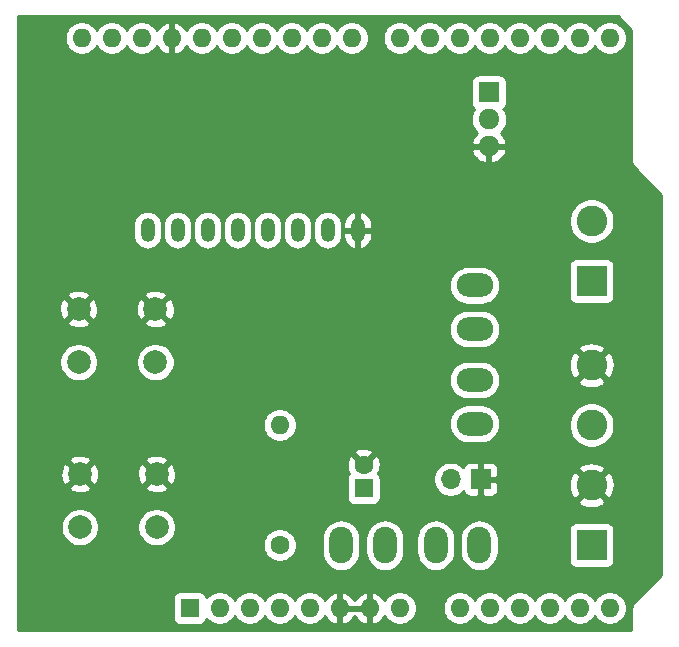
<source format=gbr>
%TF.GenerationSoftware,KiCad,Pcbnew,5.1.6+dfsg1-1*%
%TF.CreationDate,2020-07-08T08:01:11+01:00*%
%TF.ProjectId,Brew_Temperature_Controller,42726577-5f54-4656-9d70-657261747572,rev?*%
%TF.SameCoordinates,Original*%
%TF.FileFunction,Copper,L2,Bot*%
%TF.FilePolarity,Positive*%
%FSLAX46Y46*%
G04 Gerber Fmt 4.6, Leading zero omitted, Abs format (unit mm)*
G04 Created by KiCad (PCBNEW 5.1.6+dfsg1-1) date 2020-07-08 08:01:11*
%MOMM*%
%LPD*%
G01*
G04 APERTURE LIST*
%TA.AperFunction,ComponentPad*%
%ADD10O,1.200000X2.000000*%
%TD*%
%TA.AperFunction,ComponentPad*%
%ADD11O,2.000000X3.100000*%
%TD*%
%TA.AperFunction,ComponentPad*%
%ADD12O,3.100000X2.000000*%
%TD*%
%TA.AperFunction,ComponentPad*%
%ADD13O,1.600000X1.600000*%
%TD*%
%TA.AperFunction,ComponentPad*%
%ADD14R,1.600000X1.600000*%
%TD*%
%TA.AperFunction,ComponentPad*%
%ADD15C,1.600000*%
%TD*%
%TA.AperFunction,ComponentPad*%
%ADD16R,2.600000X2.600000*%
%TD*%
%TA.AperFunction,ComponentPad*%
%ADD17C,2.600000*%
%TD*%
%TA.AperFunction,ComponentPad*%
%ADD18R,1.700000X1.700000*%
%TD*%
%TA.AperFunction,ComponentPad*%
%ADD19O,1.700000X1.700000*%
%TD*%
%TA.AperFunction,ComponentPad*%
%ADD20R,1.800000X1.717500*%
%TD*%
%TA.AperFunction,ComponentPad*%
%ADD21O,1.800000X1.717500*%
%TD*%
%TA.AperFunction,ComponentPad*%
%ADD22C,2.000000*%
%TD*%
%TA.AperFunction,Conductor*%
%ADD23C,0.254000*%
%TD*%
G04 APERTURE END LIST*
D10*
%TO.P,U1,1*%
%TO.N,RST*%
X74930000Y-146812000D03*
%TO.P,U1,2*%
%TO.N,CE*%
X77470000Y-146812000D03*
%TO.P,U1,3*%
%TO.N,DC*%
X80010000Y-146812000D03*
%TO.P,U1,4*%
%TO.N,SDIN*%
X82550000Y-146812000D03*
%TO.P,U1,5*%
%TO.N,SCLK*%
X85090000Y-146812000D03*
%TO.P,U1,6*%
%TO.N,+3V3*%
X87630000Y-146812000D03*
%TO.P,U1,7*%
%TO.N,LIGHT*%
X90170000Y-146812000D03*
%TO.P,U1,8*%
%TO.N,GND*%
X92710000Y-146812000D03*
%TD*%
D11*
%TO.P,F1,2*%
%TO.N,Net-(F1-Pad2)*%
X103014000Y-173482000D03*
X99314000Y-173482000D03*
%TO.P,F1,1*%
%TO.N,+12V*%
X95014000Y-173482000D03*
X91314000Y-173482000D03*
%TD*%
D12*
%TO.P,F2,2*%
%TO.N,Net-(F2-Pad2)*%
X102616000Y-163194000D03*
X102616000Y-159494000D03*
%TO.P,F2,1*%
%TO.N,Vdrive*%
X102616000Y-155194000D03*
X102616000Y-151494000D03*
%TD*%
D13*
%TO.P,A1,16*%
%TO.N,N/C*%
X111506000Y-130556000D03*
%TO.P,A1,15*%
X114046000Y-130556000D03*
%TO.P,A1,30*%
X74426000Y-130556000D03*
%TO.P,A1,14*%
X114046000Y-178816000D03*
%TO.P,A1,29*%
%TO.N,GND*%
X76966000Y-130556000D03*
%TO.P,A1,13*%
%TO.N,N/C*%
X111506000Y-178816000D03*
%TO.P,A1,28*%
%TO.N,SCLK*%
X79506000Y-130556000D03*
%TO.P,A1,12*%
%TO.N,N/C*%
X108966000Y-178816000D03*
%TO.P,A1,27*%
X82046000Y-130556000D03*
%TO.P,A1,11*%
X106426000Y-178816000D03*
%TO.P,A1,26*%
%TO.N,SDIN*%
X84586000Y-130556000D03*
%TO.P,A1,10*%
%TO.N,N/C*%
X103886000Y-178816000D03*
%TO.P,A1,25*%
%TO.N,CE*%
X87126000Y-130556000D03*
%TO.P,A1,9*%
%TO.N,THERM*%
X101346000Y-178816000D03*
%TO.P,A1,24*%
%TO.N,DC*%
X89666000Y-130556000D03*
%TO.P,A1,8*%
%TO.N,+12V*%
X96266000Y-178816000D03*
%TO.P,A1,23*%
%TO.N,RST*%
X92206000Y-130556000D03*
%TO.P,A1,7*%
%TO.N,GND*%
X93726000Y-178816000D03*
%TO.P,A1,22*%
%TO.N,N/C*%
X96266000Y-130556000D03*
%TO.P,A1,6*%
%TO.N,GND*%
X91186000Y-178816000D03*
%TO.P,A1,21*%
%TO.N,LIGHT*%
X98806000Y-130556000D03*
%TO.P,A1,5*%
%TO.N,+5V*%
X88646000Y-178816000D03*
%TO.P,A1,20*%
%TO.N,Button1*%
X101346000Y-130556000D03*
%TO.P,A1,4*%
%TO.N,+3V3*%
X86106000Y-178816000D03*
%TO.P,A1,19*%
%TO.N,Button2*%
X103886000Y-130556000D03*
%TO.P,A1,3*%
%TO.N,N/C*%
X83566000Y-178816000D03*
%TO.P,A1,18*%
X106426000Y-130556000D03*
%TO.P,A1,2*%
X81026000Y-178816000D03*
%TO.P,A1,17*%
%TO.N,HEATER*%
X108966000Y-130556000D03*
D14*
%TO.P,A1,1*%
%TO.N,N/C*%
X78486000Y-178816000D03*
D13*
%TO.P,A1,31*%
X71886000Y-130556000D03*
%TO.P,A1,32*%
X69346000Y-130556000D03*
%TD*%
D14*
%TO.P,C3,1*%
%TO.N,THERM*%
X93218000Y-168656000D03*
D15*
%TO.P,C3,2*%
%TO.N,GND*%
X93218000Y-166656000D03*
%TD*%
D16*
%TO.P,J1,1*%
%TO.N,Net-(F1-Pad2)*%
X112522000Y-173482000D03*
D17*
%TO.P,J1,2*%
%TO.N,GND*%
X112522000Y-168402000D03*
%TO.P,J1,3*%
%TO.N,Net-(F2-Pad2)*%
X112522000Y-163322000D03*
%TO.P,J1,4*%
%TO.N,GND*%
X112522000Y-158242000D03*
%TD*%
D16*
%TO.P,J2,1*%
%TO.N,Vdrive*%
X112522000Y-151130000D03*
D17*
%TO.P,J2,2*%
%TO.N,Net-(J2-Pad2)*%
X112522000Y-146050000D03*
%TD*%
D18*
%TO.P,J3,1*%
%TO.N,GND*%
X103124000Y-167894000D03*
D19*
%TO.P,J3,2*%
%TO.N,THERM*%
X100584000Y-167894000D03*
%TD*%
D20*
%TO.P,Q1,1*%
%TO.N,HEATER*%
X103818667Y-135124000D03*
D21*
%TO.P,Q1,2*%
%TO.N,Net-(J2-Pad2)*%
X103818667Y-137414000D03*
%TO.P,Q1,3*%
%TO.N,GND*%
X103818667Y-139704000D03*
%TD*%
D15*
%TO.P,R1,1*%
%TO.N,+5V*%
X86106000Y-173482000D03*
D13*
%TO.P,R1,2*%
%TO.N,THERM*%
X86106000Y-163322000D03*
%TD*%
D22*
%TO.P,SW1,1*%
%TO.N,GND*%
X75588000Y-153488000D03*
%TO.P,SW1,2*%
%TO.N,Button1*%
X75588000Y-157988000D03*
%TO.P,SW1,1*%
%TO.N,GND*%
X69088000Y-153488000D03*
%TO.P,SW1,2*%
%TO.N,Button1*%
X69088000Y-157988000D03*
%TD*%
%TO.P,SW2,2*%
%TO.N,Button2*%
X69192000Y-171958000D03*
%TO.P,SW2,1*%
%TO.N,GND*%
X69192000Y-167458000D03*
%TO.P,SW2,2*%
%TO.N,Button2*%
X75692000Y-171958000D03*
%TO.P,SW2,1*%
%TO.N,GND*%
X75692000Y-167458000D03*
%TD*%
D23*
%TO.N,GND*%
G36*
X115901001Y-129823737D02*
G01*
X115901000Y-140936361D01*
X115897687Y-140970000D01*
X115901000Y-141003639D01*
X115901000Y-141003646D01*
X115910912Y-141104282D01*
X115950081Y-141233405D01*
X116013688Y-141352406D01*
X116043525Y-141388762D01*
X116077840Y-141430576D01*
X116077846Y-141430582D01*
X116099289Y-141456710D01*
X116125418Y-141478154D01*
X118441001Y-143793737D01*
X118441000Y-175992264D01*
X116125418Y-178307846D01*
X116099290Y-178329289D01*
X116077847Y-178355417D01*
X116077840Y-178355424D01*
X116043371Y-178397426D01*
X116013689Y-178433593D01*
X115995854Y-178466960D01*
X115950082Y-178552594D01*
X115910912Y-178681717D01*
X115897687Y-178816000D01*
X115901001Y-178849649D01*
X115901000Y-180671000D01*
X63931000Y-180671000D01*
X63931000Y-178016000D01*
X77047928Y-178016000D01*
X77047928Y-179616000D01*
X77060188Y-179740482D01*
X77096498Y-179860180D01*
X77155463Y-179970494D01*
X77234815Y-180067185D01*
X77331506Y-180146537D01*
X77441820Y-180205502D01*
X77561518Y-180241812D01*
X77686000Y-180254072D01*
X79286000Y-180254072D01*
X79410482Y-180241812D01*
X79530180Y-180205502D01*
X79640494Y-180146537D01*
X79737185Y-180067185D01*
X79816537Y-179970494D01*
X79875502Y-179860180D01*
X79911812Y-179740482D01*
X79912643Y-179732039D01*
X80111241Y-179930637D01*
X80346273Y-180087680D01*
X80607426Y-180195853D01*
X80884665Y-180251000D01*
X81167335Y-180251000D01*
X81444574Y-180195853D01*
X81705727Y-180087680D01*
X81940759Y-179930637D01*
X82140637Y-179730759D01*
X82296000Y-179498241D01*
X82451363Y-179730759D01*
X82651241Y-179930637D01*
X82886273Y-180087680D01*
X83147426Y-180195853D01*
X83424665Y-180251000D01*
X83707335Y-180251000D01*
X83984574Y-180195853D01*
X84245727Y-180087680D01*
X84480759Y-179930637D01*
X84680637Y-179730759D01*
X84836000Y-179498241D01*
X84991363Y-179730759D01*
X85191241Y-179930637D01*
X85426273Y-180087680D01*
X85687426Y-180195853D01*
X85964665Y-180251000D01*
X86247335Y-180251000D01*
X86524574Y-180195853D01*
X86785727Y-180087680D01*
X87020759Y-179930637D01*
X87220637Y-179730759D01*
X87376000Y-179498241D01*
X87531363Y-179730759D01*
X87731241Y-179930637D01*
X87966273Y-180087680D01*
X88227426Y-180195853D01*
X88504665Y-180251000D01*
X88787335Y-180251000D01*
X89064574Y-180195853D01*
X89325727Y-180087680D01*
X89560759Y-179930637D01*
X89760637Y-179730759D01*
X89917680Y-179495727D01*
X89922067Y-179485135D01*
X90033615Y-179671131D01*
X90222586Y-179879519D01*
X90448580Y-180047037D01*
X90702913Y-180167246D01*
X90836961Y-180207904D01*
X91059000Y-180085915D01*
X91059000Y-178943000D01*
X91313000Y-178943000D01*
X91313000Y-180085915D01*
X91535039Y-180207904D01*
X91669087Y-180167246D01*
X91923420Y-180047037D01*
X92149414Y-179879519D01*
X92338385Y-179671131D01*
X92456000Y-179475018D01*
X92573615Y-179671131D01*
X92762586Y-179879519D01*
X92988580Y-180047037D01*
X93242913Y-180167246D01*
X93376961Y-180207904D01*
X93599000Y-180085915D01*
X93599000Y-178943000D01*
X91313000Y-178943000D01*
X91059000Y-178943000D01*
X91039000Y-178943000D01*
X91039000Y-178689000D01*
X91059000Y-178689000D01*
X91059000Y-177546085D01*
X91313000Y-177546085D01*
X91313000Y-178689000D01*
X93599000Y-178689000D01*
X93599000Y-177546085D01*
X93853000Y-177546085D01*
X93853000Y-178689000D01*
X93873000Y-178689000D01*
X93873000Y-178943000D01*
X93853000Y-178943000D01*
X93853000Y-180085915D01*
X94075039Y-180207904D01*
X94209087Y-180167246D01*
X94463420Y-180047037D01*
X94689414Y-179879519D01*
X94878385Y-179671131D01*
X94989933Y-179485135D01*
X94994320Y-179495727D01*
X95151363Y-179730759D01*
X95351241Y-179930637D01*
X95586273Y-180087680D01*
X95847426Y-180195853D01*
X96124665Y-180251000D01*
X96407335Y-180251000D01*
X96684574Y-180195853D01*
X96945727Y-180087680D01*
X97180759Y-179930637D01*
X97380637Y-179730759D01*
X97537680Y-179495727D01*
X97645853Y-179234574D01*
X97701000Y-178957335D01*
X97701000Y-178674665D01*
X99911000Y-178674665D01*
X99911000Y-178957335D01*
X99966147Y-179234574D01*
X100074320Y-179495727D01*
X100231363Y-179730759D01*
X100431241Y-179930637D01*
X100666273Y-180087680D01*
X100927426Y-180195853D01*
X101204665Y-180251000D01*
X101487335Y-180251000D01*
X101764574Y-180195853D01*
X102025727Y-180087680D01*
X102260759Y-179930637D01*
X102460637Y-179730759D01*
X102616000Y-179498241D01*
X102771363Y-179730759D01*
X102971241Y-179930637D01*
X103206273Y-180087680D01*
X103467426Y-180195853D01*
X103744665Y-180251000D01*
X104027335Y-180251000D01*
X104304574Y-180195853D01*
X104565727Y-180087680D01*
X104800759Y-179930637D01*
X105000637Y-179730759D01*
X105156000Y-179498241D01*
X105311363Y-179730759D01*
X105511241Y-179930637D01*
X105746273Y-180087680D01*
X106007426Y-180195853D01*
X106284665Y-180251000D01*
X106567335Y-180251000D01*
X106844574Y-180195853D01*
X107105727Y-180087680D01*
X107340759Y-179930637D01*
X107540637Y-179730759D01*
X107696000Y-179498241D01*
X107851363Y-179730759D01*
X108051241Y-179930637D01*
X108286273Y-180087680D01*
X108547426Y-180195853D01*
X108824665Y-180251000D01*
X109107335Y-180251000D01*
X109384574Y-180195853D01*
X109645727Y-180087680D01*
X109880759Y-179930637D01*
X110080637Y-179730759D01*
X110236000Y-179498241D01*
X110391363Y-179730759D01*
X110591241Y-179930637D01*
X110826273Y-180087680D01*
X111087426Y-180195853D01*
X111364665Y-180251000D01*
X111647335Y-180251000D01*
X111924574Y-180195853D01*
X112185727Y-180087680D01*
X112420759Y-179930637D01*
X112620637Y-179730759D01*
X112776000Y-179498241D01*
X112931363Y-179730759D01*
X113131241Y-179930637D01*
X113366273Y-180087680D01*
X113627426Y-180195853D01*
X113904665Y-180251000D01*
X114187335Y-180251000D01*
X114464574Y-180195853D01*
X114725727Y-180087680D01*
X114960759Y-179930637D01*
X115160637Y-179730759D01*
X115317680Y-179495727D01*
X115425853Y-179234574D01*
X115481000Y-178957335D01*
X115481000Y-178674665D01*
X115425853Y-178397426D01*
X115317680Y-178136273D01*
X115160637Y-177901241D01*
X114960759Y-177701363D01*
X114725727Y-177544320D01*
X114464574Y-177436147D01*
X114187335Y-177381000D01*
X113904665Y-177381000D01*
X113627426Y-177436147D01*
X113366273Y-177544320D01*
X113131241Y-177701363D01*
X112931363Y-177901241D01*
X112776000Y-178133759D01*
X112620637Y-177901241D01*
X112420759Y-177701363D01*
X112185727Y-177544320D01*
X111924574Y-177436147D01*
X111647335Y-177381000D01*
X111364665Y-177381000D01*
X111087426Y-177436147D01*
X110826273Y-177544320D01*
X110591241Y-177701363D01*
X110391363Y-177901241D01*
X110236000Y-178133759D01*
X110080637Y-177901241D01*
X109880759Y-177701363D01*
X109645727Y-177544320D01*
X109384574Y-177436147D01*
X109107335Y-177381000D01*
X108824665Y-177381000D01*
X108547426Y-177436147D01*
X108286273Y-177544320D01*
X108051241Y-177701363D01*
X107851363Y-177901241D01*
X107696000Y-178133759D01*
X107540637Y-177901241D01*
X107340759Y-177701363D01*
X107105727Y-177544320D01*
X106844574Y-177436147D01*
X106567335Y-177381000D01*
X106284665Y-177381000D01*
X106007426Y-177436147D01*
X105746273Y-177544320D01*
X105511241Y-177701363D01*
X105311363Y-177901241D01*
X105156000Y-178133759D01*
X105000637Y-177901241D01*
X104800759Y-177701363D01*
X104565727Y-177544320D01*
X104304574Y-177436147D01*
X104027335Y-177381000D01*
X103744665Y-177381000D01*
X103467426Y-177436147D01*
X103206273Y-177544320D01*
X102971241Y-177701363D01*
X102771363Y-177901241D01*
X102616000Y-178133759D01*
X102460637Y-177901241D01*
X102260759Y-177701363D01*
X102025727Y-177544320D01*
X101764574Y-177436147D01*
X101487335Y-177381000D01*
X101204665Y-177381000D01*
X100927426Y-177436147D01*
X100666273Y-177544320D01*
X100431241Y-177701363D01*
X100231363Y-177901241D01*
X100074320Y-178136273D01*
X99966147Y-178397426D01*
X99911000Y-178674665D01*
X97701000Y-178674665D01*
X97645853Y-178397426D01*
X97537680Y-178136273D01*
X97380637Y-177901241D01*
X97180759Y-177701363D01*
X96945727Y-177544320D01*
X96684574Y-177436147D01*
X96407335Y-177381000D01*
X96124665Y-177381000D01*
X95847426Y-177436147D01*
X95586273Y-177544320D01*
X95351241Y-177701363D01*
X95151363Y-177901241D01*
X94994320Y-178136273D01*
X94989933Y-178146865D01*
X94878385Y-177960869D01*
X94689414Y-177752481D01*
X94463420Y-177584963D01*
X94209087Y-177464754D01*
X94075039Y-177424096D01*
X93853000Y-177546085D01*
X93599000Y-177546085D01*
X93376961Y-177424096D01*
X93242913Y-177464754D01*
X92988580Y-177584963D01*
X92762586Y-177752481D01*
X92573615Y-177960869D01*
X92456000Y-178156982D01*
X92338385Y-177960869D01*
X92149414Y-177752481D01*
X91923420Y-177584963D01*
X91669087Y-177464754D01*
X91535039Y-177424096D01*
X91313000Y-177546085D01*
X91059000Y-177546085D01*
X90836961Y-177424096D01*
X90702913Y-177464754D01*
X90448580Y-177584963D01*
X90222586Y-177752481D01*
X90033615Y-177960869D01*
X89922067Y-178146865D01*
X89917680Y-178136273D01*
X89760637Y-177901241D01*
X89560759Y-177701363D01*
X89325727Y-177544320D01*
X89064574Y-177436147D01*
X88787335Y-177381000D01*
X88504665Y-177381000D01*
X88227426Y-177436147D01*
X87966273Y-177544320D01*
X87731241Y-177701363D01*
X87531363Y-177901241D01*
X87376000Y-178133759D01*
X87220637Y-177901241D01*
X87020759Y-177701363D01*
X86785727Y-177544320D01*
X86524574Y-177436147D01*
X86247335Y-177381000D01*
X85964665Y-177381000D01*
X85687426Y-177436147D01*
X85426273Y-177544320D01*
X85191241Y-177701363D01*
X84991363Y-177901241D01*
X84836000Y-178133759D01*
X84680637Y-177901241D01*
X84480759Y-177701363D01*
X84245727Y-177544320D01*
X83984574Y-177436147D01*
X83707335Y-177381000D01*
X83424665Y-177381000D01*
X83147426Y-177436147D01*
X82886273Y-177544320D01*
X82651241Y-177701363D01*
X82451363Y-177901241D01*
X82296000Y-178133759D01*
X82140637Y-177901241D01*
X81940759Y-177701363D01*
X81705727Y-177544320D01*
X81444574Y-177436147D01*
X81167335Y-177381000D01*
X80884665Y-177381000D01*
X80607426Y-177436147D01*
X80346273Y-177544320D01*
X80111241Y-177701363D01*
X79912643Y-177899961D01*
X79911812Y-177891518D01*
X79875502Y-177771820D01*
X79816537Y-177661506D01*
X79737185Y-177564815D01*
X79640494Y-177485463D01*
X79530180Y-177426498D01*
X79410482Y-177390188D01*
X79286000Y-177377928D01*
X77686000Y-177377928D01*
X77561518Y-177390188D01*
X77441820Y-177426498D01*
X77331506Y-177485463D01*
X77234815Y-177564815D01*
X77155463Y-177661506D01*
X77096498Y-177771820D01*
X77060188Y-177891518D01*
X77047928Y-178016000D01*
X63931000Y-178016000D01*
X63931000Y-171796967D01*
X67557000Y-171796967D01*
X67557000Y-172119033D01*
X67619832Y-172434912D01*
X67743082Y-172732463D01*
X67922013Y-173000252D01*
X68149748Y-173227987D01*
X68417537Y-173406918D01*
X68715088Y-173530168D01*
X69030967Y-173593000D01*
X69353033Y-173593000D01*
X69668912Y-173530168D01*
X69966463Y-173406918D01*
X70234252Y-173227987D01*
X70461987Y-173000252D01*
X70640918Y-172732463D01*
X70764168Y-172434912D01*
X70827000Y-172119033D01*
X70827000Y-171796967D01*
X74057000Y-171796967D01*
X74057000Y-172119033D01*
X74119832Y-172434912D01*
X74243082Y-172732463D01*
X74422013Y-173000252D01*
X74649748Y-173227987D01*
X74917537Y-173406918D01*
X75215088Y-173530168D01*
X75530967Y-173593000D01*
X75853033Y-173593000D01*
X76168912Y-173530168D01*
X76466463Y-173406918D01*
X76565617Y-173340665D01*
X84671000Y-173340665D01*
X84671000Y-173623335D01*
X84726147Y-173900574D01*
X84834320Y-174161727D01*
X84991363Y-174396759D01*
X85191241Y-174596637D01*
X85426273Y-174753680D01*
X85687426Y-174861853D01*
X85964665Y-174917000D01*
X86247335Y-174917000D01*
X86524574Y-174861853D01*
X86785727Y-174753680D01*
X87020759Y-174596637D01*
X87220637Y-174396759D01*
X87377680Y-174161727D01*
X87485853Y-173900574D01*
X87541000Y-173623335D01*
X87541000Y-173340665D01*
X87485853Y-173063426D01*
X87398145Y-172851679D01*
X89679000Y-172851679D01*
X89679000Y-174112322D01*
X89702657Y-174352516D01*
X89796148Y-174660715D01*
X89947970Y-174944752D01*
X90152287Y-175193714D01*
X90401249Y-175398031D01*
X90685286Y-175549852D01*
X90993485Y-175643343D01*
X91314000Y-175674911D01*
X91634516Y-175643343D01*
X91942715Y-175549852D01*
X92226752Y-175398031D01*
X92475714Y-175193714D01*
X92680031Y-174944752D01*
X92831852Y-174660715D01*
X92925343Y-174352516D01*
X92949000Y-174112322D01*
X92949000Y-172851679D01*
X93379000Y-172851679D01*
X93379000Y-174112322D01*
X93402657Y-174352516D01*
X93496148Y-174660715D01*
X93647970Y-174944752D01*
X93852287Y-175193714D01*
X94101249Y-175398031D01*
X94385286Y-175549852D01*
X94693485Y-175643343D01*
X95014000Y-175674911D01*
X95334516Y-175643343D01*
X95642715Y-175549852D01*
X95926752Y-175398031D01*
X96175714Y-175193714D01*
X96380031Y-174944752D01*
X96531852Y-174660715D01*
X96625343Y-174352516D01*
X96649000Y-174112322D01*
X96649000Y-172851679D01*
X97679000Y-172851679D01*
X97679000Y-174112322D01*
X97702657Y-174352516D01*
X97796148Y-174660715D01*
X97947970Y-174944752D01*
X98152287Y-175193714D01*
X98401249Y-175398031D01*
X98685286Y-175549852D01*
X98993485Y-175643343D01*
X99314000Y-175674911D01*
X99634516Y-175643343D01*
X99942715Y-175549852D01*
X100226752Y-175398031D01*
X100475714Y-175193714D01*
X100680031Y-174944752D01*
X100831852Y-174660715D01*
X100925343Y-174352516D01*
X100949000Y-174112322D01*
X100949000Y-172851679D01*
X101379000Y-172851679D01*
X101379000Y-174112322D01*
X101402657Y-174352516D01*
X101496148Y-174660715D01*
X101647970Y-174944752D01*
X101852287Y-175193714D01*
X102101249Y-175398031D01*
X102385286Y-175549852D01*
X102693485Y-175643343D01*
X103014000Y-175674911D01*
X103334516Y-175643343D01*
X103642715Y-175549852D01*
X103926752Y-175398031D01*
X104175714Y-175193714D01*
X104380031Y-174944752D01*
X104531852Y-174660715D01*
X104625343Y-174352516D01*
X104649000Y-174112322D01*
X104649000Y-172851678D01*
X104625343Y-172611484D01*
X104531852Y-172303285D01*
X104467024Y-172182000D01*
X110583928Y-172182000D01*
X110583928Y-174782000D01*
X110596188Y-174906482D01*
X110632498Y-175026180D01*
X110691463Y-175136494D01*
X110770815Y-175233185D01*
X110867506Y-175312537D01*
X110977820Y-175371502D01*
X111097518Y-175407812D01*
X111222000Y-175420072D01*
X113822000Y-175420072D01*
X113946482Y-175407812D01*
X114066180Y-175371502D01*
X114176494Y-175312537D01*
X114273185Y-175233185D01*
X114352537Y-175136494D01*
X114411502Y-175026180D01*
X114447812Y-174906482D01*
X114460072Y-174782000D01*
X114460072Y-172182000D01*
X114447812Y-172057518D01*
X114411502Y-171937820D01*
X114352537Y-171827506D01*
X114273185Y-171730815D01*
X114176494Y-171651463D01*
X114066180Y-171592498D01*
X113946482Y-171556188D01*
X113822000Y-171543928D01*
X111222000Y-171543928D01*
X111097518Y-171556188D01*
X110977820Y-171592498D01*
X110867506Y-171651463D01*
X110770815Y-171730815D01*
X110691463Y-171827506D01*
X110632498Y-171937820D01*
X110596188Y-172057518D01*
X110583928Y-172182000D01*
X104467024Y-172182000D01*
X104380031Y-172019248D01*
X104175714Y-171770286D01*
X103926751Y-171565969D01*
X103642714Y-171414148D01*
X103334515Y-171320657D01*
X103014000Y-171289089D01*
X102693484Y-171320657D01*
X102385285Y-171414148D01*
X102101248Y-171565969D01*
X101852286Y-171770286D01*
X101647969Y-172019249D01*
X101496148Y-172303286D01*
X101402657Y-172611485D01*
X101379000Y-172851679D01*
X100949000Y-172851679D01*
X100949000Y-172851678D01*
X100925343Y-172611484D01*
X100831852Y-172303285D01*
X100680031Y-172019248D01*
X100475714Y-171770286D01*
X100226751Y-171565969D01*
X99942714Y-171414148D01*
X99634515Y-171320657D01*
X99314000Y-171289089D01*
X98993484Y-171320657D01*
X98685285Y-171414148D01*
X98401248Y-171565969D01*
X98152286Y-171770286D01*
X97947969Y-172019249D01*
X97796148Y-172303286D01*
X97702657Y-172611485D01*
X97679000Y-172851679D01*
X96649000Y-172851679D01*
X96649000Y-172851678D01*
X96625343Y-172611484D01*
X96531852Y-172303285D01*
X96380031Y-172019248D01*
X96175714Y-171770286D01*
X95926751Y-171565969D01*
X95642714Y-171414148D01*
X95334515Y-171320657D01*
X95014000Y-171289089D01*
X94693484Y-171320657D01*
X94385285Y-171414148D01*
X94101248Y-171565969D01*
X93852286Y-171770286D01*
X93647969Y-172019249D01*
X93496148Y-172303286D01*
X93402657Y-172611485D01*
X93379000Y-172851679D01*
X92949000Y-172851679D01*
X92949000Y-172851678D01*
X92925343Y-172611484D01*
X92831852Y-172303285D01*
X92680031Y-172019248D01*
X92475714Y-171770286D01*
X92226751Y-171565969D01*
X91942714Y-171414148D01*
X91634515Y-171320657D01*
X91314000Y-171289089D01*
X90993484Y-171320657D01*
X90685285Y-171414148D01*
X90401248Y-171565969D01*
X90152286Y-171770286D01*
X89947969Y-172019249D01*
X89796148Y-172303286D01*
X89702657Y-172611485D01*
X89679000Y-172851679D01*
X87398145Y-172851679D01*
X87377680Y-172802273D01*
X87220637Y-172567241D01*
X87020759Y-172367363D01*
X86785727Y-172210320D01*
X86524574Y-172102147D01*
X86247335Y-172047000D01*
X85964665Y-172047000D01*
X85687426Y-172102147D01*
X85426273Y-172210320D01*
X85191241Y-172367363D01*
X84991363Y-172567241D01*
X84834320Y-172802273D01*
X84726147Y-173063426D01*
X84671000Y-173340665D01*
X76565617Y-173340665D01*
X76734252Y-173227987D01*
X76961987Y-173000252D01*
X77140918Y-172732463D01*
X77264168Y-172434912D01*
X77327000Y-172119033D01*
X77327000Y-171796967D01*
X77264168Y-171481088D01*
X77140918Y-171183537D01*
X76961987Y-170915748D01*
X76734252Y-170688013D01*
X76466463Y-170509082D01*
X76168912Y-170385832D01*
X75853033Y-170323000D01*
X75530967Y-170323000D01*
X75215088Y-170385832D01*
X74917537Y-170509082D01*
X74649748Y-170688013D01*
X74422013Y-170915748D01*
X74243082Y-171183537D01*
X74119832Y-171481088D01*
X74057000Y-171796967D01*
X70827000Y-171796967D01*
X70764168Y-171481088D01*
X70640918Y-171183537D01*
X70461987Y-170915748D01*
X70234252Y-170688013D01*
X69966463Y-170509082D01*
X69668912Y-170385832D01*
X69353033Y-170323000D01*
X69030967Y-170323000D01*
X68715088Y-170385832D01*
X68417537Y-170509082D01*
X68149748Y-170688013D01*
X67922013Y-170915748D01*
X67743082Y-171183537D01*
X67619832Y-171481088D01*
X67557000Y-171796967D01*
X63931000Y-171796967D01*
X63931000Y-168593413D01*
X68236192Y-168593413D01*
X68331956Y-168857814D01*
X68621571Y-168998704D01*
X68933108Y-169080384D01*
X69254595Y-169099718D01*
X69573675Y-169055961D01*
X69878088Y-168950795D01*
X70052044Y-168857814D01*
X70147808Y-168593413D01*
X74736192Y-168593413D01*
X74831956Y-168857814D01*
X75121571Y-168998704D01*
X75433108Y-169080384D01*
X75754595Y-169099718D01*
X76073675Y-169055961D01*
X76378088Y-168950795D01*
X76552044Y-168857814D01*
X76647808Y-168593413D01*
X75692000Y-167637605D01*
X74736192Y-168593413D01*
X70147808Y-168593413D01*
X69192000Y-167637605D01*
X68236192Y-168593413D01*
X63931000Y-168593413D01*
X63931000Y-167520595D01*
X67550282Y-167520595D01*
X67594039Y-167839675D01*
X67699205Y-168144088D01*
X67792186Y-168318044D01*
X68056587Y-168413808D01*
X69012395Y-167458000D01*
X69371605Y-167458000D01*
X70327413Y-168413808D01*
X70591814Y-168318044D01*
X70732704Y-168028429D01*
X70814384Y-167716892D01*
X70826189Y-167520595D01*
X74050282Y-167520595D01*
X74094039Y-167839675D01*
X74199205Y-168144088D01*
X74292186Y-168318044D01*
X74556587Y-168413808D01*
X75512395Y-167458000D01*
X75871605Y-167458000D01*
X76827413Y-168413808D01*
X77091814Y-168318044D01*
X77232704Y-168028429D01*
X77314384Y-167716892D01*
X77333718Y-167395405D01*
X77289961Y-167076325D01*
X77184795Y-166771912D01*
X77160529Y-166726512D01*
X91777783Y-166726512D01*
X91819213Y-167006130D01*
X91914397Y-167272292D01*
X91979616Y-167394309D01*
X91966815Y-167404815D01*
X91887463Y-167501506D01*
X91828498Y-167611820D01*
X91792188Y-167731518D01*
X91779928Y-167856000D01*
X91779928Y-169456000D01*
X91792188Y-169580482D01*
X91828498Y-169700180D01*
X91887463Y-169810494D01*
X91966815Y-169907185D01*
X92063506Y-169986537D01*
X92173820Y-170045502D01*
X92293518Y-170081812D01*
X92418000Y-170094072D01*
X94018000Y-170094072D01*
X94142482Y-170081812D01*
X94262180Y-170045502D01*
X94372494Y-169986537D01*
X94469185Y-169907185D01*
X94548537Y-169810494D01*
X94580217Y-169751224D01*
X111352381Y-169751224D01*
X111484317Y-170046312D01*
X111825045Y-170217159D01*
X112192557Y-170318250D01*
X112572729Y-170345701D01*
X112950951Y-170298457D01*
X113312690Y-170178333D01*
X113559683Y-170046312D01*
X113691619Y-169751224D01*
X112522000Y-168581605D01*
X111352381Y-169751224D01*
X94580217Y-169751224D01*
X94607502Y-169700180D01*
X94643812Y-169580482D01*
X94656072Y-169456000D01*
X94656072Y-167856000D01*
X94645410Y-167747740D01*
X99099000Y-167747740D01*
X99099000Y-168040260D01*
X99156068Y-168327158D01*
X99268010Y-168597411D01*
X99430525Y-168840632D01*
X99637368Y-169047475D01*
X99880589Y-169209990D01*
X100150842Y-169321932D01*
X100437740Y-169379000D01*
X100730260Y-169379000D01*
X101017158Y-169321932D01*
X101287411Y-169209990D01*
X101530632Y-169047475D01*
X101662487Y-168915620D01*
X101684498Y-168988180D01*
X101743463Y-169098494D01*
X101822815Y-169195185D01*
X101919506Y-169274537D01*
X102029820Y-169333502D01*
X102149518Y-169369812D01*
X102274000Y-169382072D01*
X102838250Y-169379000D01*
X102997000Y-169220250D01*
X102997000Y-168021000D01*
X103251000Y-168021000D01*
X103251000Y-169220250D01*
X103409750Y-169379000D01*
X103974000Y-169382072D01*
X104098482Y-169369812D01*
X104218180Y-169333502D01*
X104328494Y-169274537D01*
X104425185Y-169195185D01*
X104504537Y-169098494D01*
X104563502Y-168988180D01*
X104599812Y-168868482D01*
X104612072Y-168744000D01*
X104610487Y-168452729D01*
X110578299Y-168452729D01*
X110625543Y-168830951D01*
X110745667Y-169192690D01*
X110877688Y-169439683D01*
X111172776Y-169571619D01*
X112342395Y-168402000D01*
X112701605Y-168402000D01*
X113871224Y-169571619D01*
X114166312Y-169439683D01*
X114337159Y-169098955D01*
X114438250Y-168731443D01*
X114465701Y-168351271D01*
X114418457Y-167973049D01*
X114298333Y-167611310D01*
X114166312Y-167364317D01*
X113871224Y-167232381D01*
X112701605Y-168402000D01*
X112342395Y-168402000D01*
X111172776Y-167232381D01*
X110877688Y-167364317D01*
X110706841Y-167705045D01*
X110605750Y-168072557D01*
X110578299Y-168452729D01*
X104610487Y-168452729D01*
X104609000Y-168179750D01*
X104450250Y-168021000D01*
X103251000Y-168021000D01*
X102997000Y-168021000D01*
X102977000Y-168021000D01*
X102977000Y-167767000D01*
X102997000Y-167767000D01*
X102997000Y-166567750D01*
X103251000Y-166567750D01*
X103251000Y-167767000D01*
X104450250Y-167767000D01*
X104609000Y-167608250D01*
X104612024Y-167052776D01*
X111352381Y-167052776D01*
X112522000Y-168222395D01*
X113691619Y-167052776D01*
X113559683Y-166757688D01*
X113218955Y-166586841D01*
X112851443Y-166485750D01*
X112471271Y-166458299D01*
X112093049Y-166505543D01*
X111731310Y-166625667D01*
X111484317Y-166757688D01*
X111352381Y-167052776D01*
X104612024Y-167052776D01*
X104612072Y-167044000D01*
X104599812Y-166919518D01*
X104563502Y-166799820D01*
X104504537Y-166689506D01*
X104425185Y-166592815D01*
X104328494Y-166513463D01*
X104218180Y-166454498D01*
X104098482Y-166418188D01*
X103974000Y-166405928D01*
X103409750Y-166409000D01*
X103251000Y-166567750D01*
X102997000Y-166567750D01*
X102838250Y-166409000D01*
X102274000Y-166405928D01*
X102149518Y-166418188D01*
X102029820Y-166454498D01*
X101919506Y-166513463D01*
X101822815Y-166592815D01*
X101743463Y-166689506D01*
X101684498Y-166799820D01*
X101662487Y-166872380D01*
X101530632Y-166740525D01*
X101287411Y-166578010D01*
X101017158Y-166466068D01*
X100730260Y-166409000D01*
X100437740Y-166409000D01*
X100150842Y-166466068D01*
X99880589Y-166578010D01*
X99637368Y-166740525D01*
X99430525Y-166947368D01*
X99268010Y-167190589D01*
X99156068Y-167460842D01*
X99099000Y-167747740D01*
X94645410Y-167747740D01*
X94643812Y-167731518D01*
X94607502Y-167611820D01*
X94548537Y-167501506D01*
X94469185Y-167404815D01*
X94456242Y-167394193D01*
X94575571Y-167142004D01*
X94644300Y-166867816D01*
X94658217Y-166585488D01*
X94616787Y-166305870D01*
X94521603Y-166039708D01*
X94454671Y-165914486D01*
X94210702Y-165842903D01*
X93397605Y-166656000D01*
X93411748Y-166670143D01*
X93232143Y-166849748D01*
X93218000Y-166835605D01*
X93203858Y-166849748D01*
X93024253Y-166670143D01*
X93038395Y-166656000D01*
X92225298Y-165842903D01*
X91981329Y-165914486D01*
X91860429Y-166169996D01*
X91791700Y-166444184D01*
X91777783Y-166726512D01*
X77160529Y-166726512D01*
X77091814Y-166597956D01*
X76827413Y-166502192D01*
X75871605Y-167458000D01*
X75512395Y-167458000D01*
X74556587Y-166502192D01*
X74292186Y-166597956D01*
X74151296Y-166887571D01*
X74069616Y-167199108D01*
X74050282Y-167520595D01*
X70826189Y-167520595D01*
X70833718Y-167395405D01*
X70789961Y-167076325D01*
X70684795Y-166771912D01*
X70591814Y-166597956D01*
X70327413Y-166502192D01*
X69371605Y-167458000D01*
X69012395Y-167458000D01*
X68056587Y-166502192D01*
X67792186Y-166597956D01*
X67651296Y-166887571D01*
X67569616Y-167199108D01*
X67550282Y-167520595D01*
X63931000Y-167520595D01*
X63931000Y-166322587D01*
X68236192Y-166322587D01*
X69192000Y-167278395D01*
X70147808Y-166322587D01*
X74736192Y-166322587D01*
X75692000Y-167278395D01*
X76647808Y-166322587D01*
X76552044Y-166058186D01*
X76262429Y-165917296D01*
X75950892Y-165835616D01*
X75629405Y-165816282D01*
X75310325Y-165860039D01*
X75005912Y-165965205D01*
X74831956Y-166058186D01*
X74736192Y-166322587D01*
X70147808Y-166322587D01*
X70052044Y-166058186D01*
X69762429Y-165917296D01*
X69450892Y-165835616D01*
X69129405Y-165816282D01*
X68810325Y-165860039D01*
X68505912Y-165965205D01*
X68331956Y-166058186D01*
X68236192Y-166322587D01*
X63931000Y-166322587D01*
X63931000Y-165663298D01*
X92404903Y-165663298D01*
X93218000Y-166476395D01*
X94031097Y-165663298D01*
X93959514Y-165419329D01*
X93704004Y-165298429D01*
X93429816Y-165229700D01*
X93147488Y-165215783D01*
X92867870Y-165257213D01*
X92601708Y-165352397D01*
X92476486Y-165419329D01*
X92404903Y-165663298D01*
X63931000Y-165663298D01*
X63931000Y-163180665D01*
X84671000Y-163180665D01*
X84671000Y-163463335D01*
X84726147Y-163740574D01*
X84834320Y-164001727D01*
X84991363Y-164236759D01*
X85191241Y-164436637D01*
X85426273Y-164593680D01*
X85687426Y-164701853D01*
X85964665Y-164757000D01*
X86247335Y-164757000D01*
X86524574Y-164701853D01*
X86785727Y-164593680D01*
X87020759Y-164436637D01*
X87220637Y-164236759D01*
X87377680Y-164001727D01*
X87485853Y-163740574D01*
X87541000Y-163463335D01*
X87541000Y-163194000D01*
X100423089Y-163194000D01*
X100454657Y-163514516D01*
X100548148Y-163822715D01*
X100699969Y-164106752D01*
X100904286Y-164355714D01*
X101153248Y-164560031D01*
X101437285Y-164711852D01*
X101745484Y-164805343D01*
X101985678Y-164829000D01*
X103246322Y-164829000D01*
X103486516Y-164805343D01*
X103794715Y-164711852D01*
X104078752Y-164560031D01*
X104327714Y-164355714D01*
X104532031Y-164106752D01*
X104683852Y-163822715D01*
X104777343Y-163514516D01*
X104808911Y-163194000D01*
X104802748Y-163131419D01*
X110587000Y-163131419D01*
X110587000Y-163512581D01*
X110661361Y-163886419D01*
X110807225Y-164238566D01*
X111018987Y-164555491D01*
X111288509Y-164825013D01*
X111605434Y-165036775D01*
X111957581Y-165182639D01*
X112331419Y-165257000D01*
X112712581Y-165257000D01*
X113086419Y-165182639D01*
X113438566Y-165036775D01*
X113755491Y-164825013D01*
X114025013Y-164555491D01*
X114236775Y-164238566D01*
X114382639Y-163886419D01*
X114457000Y-163512581D01*
X114457000Y-163131419D01*
X114382639Y-162757581D01*
X114236775Y-162405434D01*
X114025013Y-162088509D01*
X113755491Y-161818987D01*
X113438566Y-161607225D01*
X113086419Y-161461361D01*
X112712581Y-161387000D01*
X112331419Y-161387000D01*
X111957581Y-161461361D01*
X111605434Y-161607225D01*
X111288509Y-161818987D01*
X111018987Y-162088509D01*
X110807225Y-162405434D01*
X110661361Y-162757581D01*
X110587000Y-163131419D01*
X104802748Y-163131419D01*
X104777343Y-162873484D01*
X104683852Y-162565285D01*
X104532031Y-162281248D01*
X104327714Y-162032286D01*
X104078752Y-161827969D01*
X103794715Y-161676148D01*
X103486516Y-161582657D01*
X103246322Y-161559000D01*
X101985678Y-161559000D01*
X101745484Y-161582657D01*
X101437285Y-161676148D01*
X101153248Y-161827969D01*
X100904286Y-162032286D01*
X100699969Y-162281248D01*
X100548148Y-162565285D01*
X100454657Y-162873484D01*
X100423089Y-163194000D01*
X87541000Y-163194000D01*
X87541000Y-163180665D01*
X87485853Y-162903426D01*
X87377680Y-162642273D01*
X87220637Y-162407241D01*
X87020759Y-162207363D01*
X86785727Y-162050320D01*
X86524574Y-161942147D01*
X86247335Y-161887000D01*
X85964665Y-161887000D01*
X85687426Y-161942147D01*
X85426273Y-162050320D01*
X85191241Y-162207363D01*
X84991363Y-162407241D01*
X84834320Y-162642273D01*
X84726147Y-162903426D01*
X84671000Y-163180665D01*
X63931000Y-163180665D01*
X63931000Y-157826967D01*
X67453000Y-157826967D01*
X67453000Y-158149033D01*
X67515832Y-158464912D01*
X67639082Y-158762463D01*
X67818013Y-159030252D01*
X68045748Y-159257987D01*
X68313537Y-159436918D01*
X68611088Y-159560168D01*
X68926967Y-159623000D01*
X69249033Y-159623000D01*
X69564912Y-159560168D01*
X69862463Y-159436918D01*
X70130252Y-159257987D01*
X70357987Y-159030252D01*
X70536918Y-158762463D01*
X70660168Y-158464912D01*
X70723000Y-158149033D01*
X70723000Y-157826967D01*
X73953000Y-157826967D01*
X73953000Y-158149033D01*
X74015832Y-158464912D01*
X74139082Y-158762463D01*
X74318013Y-159030252D01*
X74545748Y-159257987D01*
X74813537Y-159436918D01*
X75111088Y-159560168D01*
X75426967Y-159623000D01*
X75749033Y-159623000D01*
X76064912Y-159560168D01*
X76224655Y-159494000D01*
X100423089Y-159494000D01*
X100454657Y-159814516D01*
X100548148Y-160122715D01*
X100699969Y-160406752D01*
X100904286Y-160655714D01*
X101153248Y-160860031D01*
X101437285Y-161011852D01*
X101745484Y-161105343D01*
X101985678Y-161129000D01*
X103246322Y-161129000D01*
X103486516Y-161105343D01*
X103794715Y-161011852D01*
X104078752Y-160860031D01*
X104327714Y-160655714D01*
X104532031Y-160406752D01*
X104683852Y-160122715D01*
X104777343Y-159814516D01*
X104799335Y-159591224D01*
X111352381Y-159591224D01*
X111484317Y-159886312D01*
X111825045Y-160057159D01*
X112192557Y-160158250D01*
X112572729Y-160185701D01*
X112950951Y-160138457D01*
X113312690Y-160018333D01*
X113559683Y-159886312D01*
X113691619Y-159591224D01*
X112522000Y-158421605D01*
X111352381Y-159591224D01*
X104799335Y-159591224D01*
X104808911Y-159494000D01*
X104777343Y-159173484D01*
X104683852Y-158865285D01*
X104532031Y-158581248D01*
X104327714Y-158332286D01*
X104279514Y-158292729D01*
X110578299Y-158292729D01*
X110625543Y-158670951D01*
X110745667Y-159032690D01*
X110877688Y-159279683D01*
X111172776Y-159411619D01*
X112342395Y-158242000D01*
X112701605Y-158242000D01*
X113871224Y-159411619D01*
X114166312Y-159279683D01*
X114337159Y-158938955D01*
X114438250Y-158571443D01*
X114465701Y-158191271D01*
X114418457Y-157813049D01*
X114298333Y-157451310D01*
X114166312Y-157204317D01*
X113871224Y-157072381D01*
X112701605Y-158242000D01*
X112342395Y-158242000D01*
X111172776Y-157072381D01*
X110877688Y-157204317D01*
X110706841Y-157545045D01*
X110605750Y-157912557D01*
X110578299Y-158292729D01*
X104279514Y-158292729D01*
X104078752Y-158127969D01*
X103794715Y-157976148D01*
X103486516Y-157882657D01*
X103246322Y-157859000D01*
X101985678Y-157859000D01*
X101745484Y-157882657D01*
X101437285Y-157976148D01*
X101153248Y-158127969D01*
X100904286Y-158332286D01*
X100699969Y-158581248D01*
X100548148Y-158865285D01*
X100454657Y-159173484D01*
X100423089Y-159494000D01*
X76224655Y-159494000D01*
X76362463Y-159436918D01*
X76630252Y-159257987D01*
X76857987Y-159030252D01*
X77036918Y-158762463D01*
X77160168Y-158464912D01*
X77223000Y-158149033D01*
X77223000Y-157826967D01*
X77160168Y-157511088D01*
X77036918Y-157213537D01*
X76857987Y-156945748D01*
X76805015Y-156892776D01*
X111352381Y-156892776D01*
X112522000Y-158062395D01*
X113691619Y-156892776D01*
X113559683Y-156597688D01*
X113218955Y-156426841D01*
X112851443Y-156325750D01*
X112471271Y-156298299D01*
X112093049Y-156345543D01*
X111731310Y-156465667D01*
X111484317Y-156597688D01*
X111352381Y-156892776D01*
X76805015Y-156892776D01*
X76630252Y-156718013D01*
X76362463Y-156539082D01*
X76064912Y-156415832D01*
X75749033Y-156353000D01*
X75426967Y-156353000D01*
X75111088Y-156415832D01*
X74813537Y-156539082D01*
X74545748Y-156718013D01*
X74318013Y-156945748D01*
X74139082Y-157213537D01*
X74015832Y-157511088D01*
X73953000Y-157826967D01*
X70723000Y-157826967D01*
X70660168Y-157511088D01*
X70536918Y-157213537D01*
X70357987Y-156945748D01*
X70130252Y-156718013D01*
X69862463Y-156539082D01*
X69564912Y-156415832D01*
X69249033Y-156353000D01*
X68926967Y-156353000D01*
X68611088Y-156415832D01*
X68313537Y-156539082D01*
X68045748Y-156718013D01*
X67818013Y-156945748D01*
X67639082Y-157213537D01*
X67515832Y-157511088D01*
X67453000Y-157826967D01*
X63931000Y-157826967D01*
X63931000Y-155194000D01*
X100423089Y-155194000D01*
X100454657Y-155514516D01*
X100548148Y-155822715D01*
X100699969Y-156106752D01*
X100904286Y-156355714D01*
X101153248Y-156560031D01*
X101437285Y-156711852D01*
X101745484Y-156805343D01*
X101985678Y-156829000D01*
X103246322Y-156829000D01*
X103486516Y-156805343D01*
X103794715Y-156711852D01*
X104078752Y-156560031D01*
X104327714Y-156355714D01*
X104532031Y-156106752D01*
X104683852Y-155822715D01*
X104777343Y-155514516D01*
X104808911Y-155194000D01*
X104777343Y-154873484D01*
X104683852Y-154565285D01*
X104532031Y-154281248D01*
X104327714Y-154032286D01*
X104078752Y-153827969D01*
X103794715Y-153676148D01*
X103486516Y-153582657D01*
X103246322Y-153559000D01*
X101985678Y-153559000D01*
X101745484Y-153582657D01*
X101437285Y-153676148D01*
X101153248Y-153827969D01*
X100904286Y-154032286D01*
X100699969Y-154281248D01*
X100548148Y-154565285D01*
X100454657Y-154873484D01*
X100423089Y-155194000D01*
X63931000Y-155194000D01*
X63931000Y-154623413D01*
X68132192Y-154623413D01*
X68227956Y-154887814D01*
X68517571Y-155028704D01*
X68829108Y-155110384D01*
X69150595Y-155129718D01*
X69469675Y-155085961D01*
X69774088Y-154980795D01*
X69948044Y-154887814D01*
X70043808Y-154623413D01*
X74632192Y-154623413D01*
X74727956Y-154887814D01*
X75017571Y-155028704D01*
X75329108Y-155110384D01*
X75650595Y-155129718D01*
X75969675Y-155085961D01*
X76274088Y-154980795D01*
X76448044Y-154887814D01*
X76543808Y-154623413D01*
X75588000Y-153667605D01*
X74632192Y-154623413D01*
X70043808Y-154623413D01*
X69088000Y-153667605D01*
X68132192Y-154623413D01*
X63931000Y-154623413D01*
X63931000Y-153550595D01*
X67446282Y-153550595D01*
X67490039Y-153869675D01*
X67595205Y-154174088D01*
X67688186Y-154348044D01*
X67952587Y-154443808D01*
X68908395Y-153488000D01*
X69267605Y-153488000D01*
X70223413Y-154443808D01*
X70487814Y-154348044D01*
X70628704Y-154058429D01*
X70710384Y-153746892D01*
X70722189Y-153550595D01*
X73946282Y-153550595D01*
X73990039Y-153869675D01*
X74095205Y-154174088D01*
X74188186Y-154348044D01*
X74452587Y-154443808D01*
X75408395Y-153488000D01*
X75767605Y-153488000D01*
X76723413Y-154443808D01*
X76987814Y-154348044D01*
X77128704Y-154058429D01*
X77210384Y-153746892D01*
X77229718Y-153425405D01*
X77185961Y-153106325D01*
X77080795Y-152801912D01*
X76987814Y-152627956D01*
X76723413Y-152532192D01*
X75767605Y-153488000D01*
X75408395Y-153488000D01*
X74452587Y-152532192D01*
X74188186Y-152627956D01*
X74047296Y-152917571D01*
X73965616Y-153229108D01*
X73946282Y-153550595D01*
X70722189Y-153550595D01*
X70729718Y-153425405D01*
X70685961Y-153106325D01*
X70580795Y-152801912D01*
X70487814Y-152627956D01*
X70223413Y-152532192D01*
X69267605Y-153488000D01*
X68908395Y-153488000D01*
X67952587Y-152532192D01*
X67688186Y-152627956D01*
X67547296Y-152917571D01*
X67465616Y-153229108D01*
X67446282Y-153550595D01*
X63931000Y-153550595D01*
X63931000Y-152352587D01*
X68132192Y-152352587D01*
X69088000Y-153308395D01*
X70043808Y-152352587D01*
X74632192Y-152352587D01*
X75588000Y-153308395D01*
X76543808Y-152352587D01*
X76448044Y-152088186D01*
X76158429Y-151947296D01*
X75846892Y-151865616D01*
X75525405Y-151846282D01*
X75206325Y-151890039D01*
X74901912Y-151995205D01*
X74727956Y-152088186D01*
X74632192Y-152352587D01*
X70043808Y-152352587D01*
X69948044Y-152088186D01*
X69658429Y-151947296D01*
X69346892Y-151865616D01*
X69025405Y-151846282D01*
X68706325Y-151890039D01*
X68401912Y-151995205D01*
X68227956Y-152088186D01*
X68132192Y-152352587D01*
X63931000Y-152352587D01*
X63931000Y-151494000D01*
X100423089Y-151494000D01*
X100454657Y-151814516D01*
X100548148Y-152122715D01*
X100699969Y-152406752D01*
X100904286Y-152655714D01*
X101153248Y-152860031D01*
X101437285Y-153011852D01*
X101745484Y-153105343D01*
X101985678Y-153129000D01*
X103246322Y-153129000D01*
X103486516Y-153105343D01*
X103794715Y-153011852D01*
X104078752Y-152860031D01*
X104327714Y-152655714D01*
X104532031Y-152406752D01*
X104683852Y-152122715D01*
X104777343Y-151814516D01*
X104808911Y-151494000D01*
X104777343Y-151173484D01*
X104683852Y-150865285D01*
X104532031Y-150581248D01*
X104327714Y-150332286D01*
X104078752Y-150127969D01*
X103794715Y-149976148D01*
X103486516Y-149882657D01*
X103246322Y-149859000D01*
X101985678Y-149859000D01*
X101745484Y-149882657D01*
X101437285Y-149976148D01*
X101153248Y-150127969D01*
X100904286Y-150332286D01*
X100699969Y-150581248D01*
X100548148Y-150865285D01*
X100454657Y-151173484D01*
X100423089Y-151494000D01*
X63931000Y-151494000D01*
X63931000Y-149830000D01*
X110583928Y-149830000D01*
X110583928Y-152430000D01*
X110596188Y-152554482D01*
X110632498Y-152674180D01*
X110691463Y-152784494D01*
X110770815Y-152881185D01*
X110867506Y-152960537D01*
X110977820Y-153019502D01*
X111097518Y-153055812D01*
X111222000Y-153068072D01*
X113822000Y-153068072D01*
X113946482Y-153055812D01*
X114066180Y-153019502D01*
X114176494Y-152960537D01*
X114273185Y-152881185D01*
X114352537Y-152784494D01*
X114411502Y-152674180D01*
X114447812Y-152554482D01*
X114460072Y-152430000D01*
X114460072Y-149830000D01*
X114447812Y-149705518D01*
X114411502Y-149585820D01*
X114352537Y-149475506D01*
X114273185Y-149378815D01*
X114176494Y-149299463D01*
X114066180Y-149240498D01*
X113946482Y-149204188D01*
X113822000Y-149191928D01*
X111222000Y-149191928D01*
X111097518Y-149204188D01*
X110977820Y-149240498D01*
X110867506Y-149299463D01*
X110770815Y-149378815D01*
X110691463Y-149475506D01*
X110632498Y-149585820D01*
X110596188Y-149705518D01*
X110583928Y-149830000D01*
X63931000Y-149830000D01*
X63931000Y-146351336D01*
X73695000Y-146351336D01*
X73695000Y-147272665D01*
X73712870Y-147454102D01*
X73783489Y-147686901D01*
X73898168Y-147901449D01*
X74052499Y-148089502D01*
X74240552Y-148243833D01*
X74455100Y-148358511D01*
X74687899Y-148429130D01*
X74930000Y-148452975D01*
X75172102Y-148429130D01*
X75404901Y-148358511D01*
X75619449Y-148243833D01*
X75807502Y-148089502D01*
X75961833Y-147901449D01*
X76076511Y-147686901D01*
X76147130Y-147454101D01*
X76165000Y-147272664D01*
X76165000Y-146351336D01*
X76235000Y-146351336D01*
X76235000Y-147272665D01*
X76252870Y-147454102D01*
X76323489Y-147686901D01*
X76438168Y-147901449D01*
X76592499Y-148089502D01*
X76780552Y-148243833D01*
X76995100Y-148358511D01*
X77227899Y-148429130D01*
X77470000Y-148452975D01*
X77712102Y-148429130D01*
X77944901Y-148358511D01*
X78159449Y-148243833D01*
X78347502Y-148089502D01*
X78501833Y-147901449D01*
X78616511Y-147686901D01*
X78687130Y-147454101D01*
X78705000Y-147272664D01*
X78705000Y-146351336D01*
X78775000Y-146351336D01*
X78775000Y-147272665D01*
X78792870Y-147454102D01*
X78863489Y-147686901D01*
X78978168Y-147901449D01*
X79132499Y-148089502D01*
X79320552Y-148243833D01*
X79535100Y-148358511D01*
X79767899Y-148429130D01*
X80010000Y-148452975D01*
X80252102Y-148429130D01*
X80484901Y-148358511D01*
X80699449Y-148243833D01*
X80887502Y-148089502D01*
X81041833Y-147901449D01*
X81156511Y-147686901D01*
X81227130Y-147454101D01*
X81245000Y-147272664D01*
X81245000Y-146351336D01*
X81315000Y-146351336D01*
X81315000Y-147272665D01*
X81332870Y-147454102D01*
X81403489Y-147686901D01*
X81518168Y-147901449D01*
X81672499Y-148089502D01*
X81860552Y-148243833D01*
X82075100Y-148358511D01*
X82307899Y-148429130D01*
X82550000Y-148452975D01*
X82792102Y-148429130D01*
X83024901Y-148358511D01*
X83239449Y-148243833D01*
X83427502Y-148089502D01*
X83581833Y-147901449D01*
X83696511Y-147686901D01*
X83767130Y-147454101D01*
X83785000Y-147272664D01*
X83785000Y-146351336D01*
X83855000Y-146351336D01*
X83855000Y-147272665D01*
X83872870Y-147454102D01*
X83943489Y-147686901D01*
X84058168Y-147901449D01*
X84212499Y-148089502D01*
X84400552Y-148243833D01*
X84615100Y-148358511D01*
X84847899Y-148429130D01*
X85090000Y-148452975D01*
X85332102Y-148429130D01*
X85564901Y-148358511D01*
X85779449Y-148243833D01*
X85967502Y-148089502D01*
X86121833Y-147901449D01*
X86236511Y-147686901D01*
X86307130Y-147454101D01*
X86325000Y-147272664D01*
X86325000Y-146351336D01*
X86395000Y-146351336D01*
X86395000Y-147272665D01*
X86412870Y-147454102D01*
X86483489Y-147686901D01*
X86598168Y-147901449D01*
X86752499Y-148089502D01*
X86940552Y-148243833D01*
X87155100Y-148358511D01*
X87387899Y-148429130D01*
X87630000Y-148452975D01*
X87872102Y-148429130D01*
X88104901Y-148358511D01*
X88319449Y-148243833D01*
X88507502Y-148089502D01*
X88661833Y-147901449D01*
X88776511Y-147686901D01*
X88847130Y-147454101D01*
X88865000Y-147272664D01*
X88865000Y-146351336D01*
X88935000Y-146351336D01*
X88935000Y-147272665D01*
X88952870Y-147454102D01*
X89023489Y-147686901D01*
X89138168Y-147901449D01*
X89292499Y-148089502D01*
X89480552Y-148243833D01*
X89695100Y-148358511D01*
X89927899Y-148429130D01*
X90170000Y-148452975D01*
X90412102Y-148429130D01*
X90644901Y-148358511D01*
X90859449Y-148243833D01*
X91047502Y-148089502D01*
X91201833Y-147901449D01*
X91316511Y-147686901D01*
X91387130Y-147454101D01*
X91405000Y-147272664D01*
X91405000Y-146939000D01*
X91475000Y-146939000D01*
X91475000Y-147339000D01*
X91523507Y-147577496D01*
X91617610Y-147801946D01*
X91753693Y-148003725D01*
X91926526Y-148175078D01*
X92129467Y-148309421D01*
X92354718Y-148401591D01*
X92392391Y-148405462D01*
X92583000Y-148280731D01*
X92583000Y-146939000D01*
X92837000Y-146939000D01*
X92837000Y-148280731D01*
X93027609Y-148405462D01*
X93065282Y-148401591D01*
X93290533Y-148309421D01*
X93493474Y-148175078D01*
X93666307Y-148003725D01*
X93802390Y-147801946D01*
X93896493Y-147577496D01*
X93945000Y-147339000D01*
X93945000Y-146939000D01*
X92837000Y-146939000D01*
X92583000Y-146939000D01*
X91475000Y-146939000D01*
X91405000Y-146939000D01*
X91405000Y-146351335D01*
X91398467Y-146285000D01*
X91475000Y-146285000D01*
X91475000Y-146685000D01*
X92583000Y-146685000D01*
X92583000Y-145343269D01*
X92837000Y-145343269D01*
X92837000Y-146685000D01*
X93945000Y-146685000D01*
X93945000Y-146285000D01*
X93896493Y-146046504D01*
X93818056Y-145859419D01*
X110587000Y-145859419D01*
X110587000Y-146240581D01*
X110661361Y-146614419D01*
X110807225Y-146966566D01*
X111018987Y-147283491D01*
X111288509Y-147553013D01*
X111605434Y-147764775D01*
X111957581Y-147910639D01*
X112331419Y-147985000D01*
X112712581Y-147985000D01*
X113086419Y-147910639D01*
X113438566Y-147764775D01*
X113755491Y-147553013D01*
X114025013Y-147283491D01*
X114236775Y-146966566D01*
X114382639Y-146614419D01*
X114457000Y-146240581D01*
X114457000Y-145859419D01*
X114382639Y-145485581D01*
X114236775Y-145133434D01*
X114025013Y-144816509D01*
X113755491Y-144546987D01*
X113438566Y-144335225D01*
X113086419Y-144189361D01*
X112712581Y-144115000D01*
X112331419Y-144115000D01*
X111957581Y-144189361D01*
X111605434Y-144335225D01*
X111288509Y-144546987D01*
X111018987Y-144816509D01*
X110807225Y-145133434D01*
X110661361Y-145485581D01*
X110587000Y-145859419D01*
X93818056Y-145859419D01*
X93802390Y-145822054D01*
X93666307Y-145620275D01*
X93493474Y-145448922D01*
X93290533Y-145314579D01*
X93065282Y-145222409D01*
X93027609Y-145218538D01*
X92837000Y-145343269D01*
X92583000Y-145343269D01*
X92392391Y-145218538D01*
X92354718Y-145222409D01*
X92129467Y-145314579D01*
X91926526Y-145448922D01*
X91753693Y-145620275D01*
X91617610Y-145822054D01*
X91523507Y-146046504D01*
X91475000Y-146285000D01*
X91398467Y-146285000D01*
X91387130Y-146169898D01*
X91316511Y-145937099D01*
X91201833Y-145722551D01*
X91047502Y-145534498D01*
X90859448Y-145380167D01*
X90644900Y-145265489D01*
X90412101Y-145194870D01*
X90170000Y-145171025D01*
X89927898Y-145194870D01*
X89695099Y-145265489D01*
X89480551Y-145380167D01*
X89292498Y-145534498D01*
X89138167Y-145722552D01*
X89023489Y-145937100D01*
X88952870Y-146169899D01*
X88935000Y-146351336D01*
X88865000Y-146351336D01*
X88865000Y-146351335D01*
X88847130Y-146169898D01*
X88776511Y-145937099D01*
X88661833Y-145722551D01*
X88507502Y-145534498D01*
X88319448Y-145380167D01*
X88104900Y-145265489D01*
X87872101Y-145194870D01*
X87630000Y-145171025D01*
X87387898Y-145194870D01*
X87155099Y-145265489D01*
X86940551Y-145380167D01*
X86752498Y-145534498D01*
X86598167Y-145722552D01*
X86483489Y-145937100D01*
X86412870Y-146169899D01*
X86395000Y-146351336D01*
X86325000Y-146351336D01*
X86325000Y-146351335D01*
X86307130Y-146169898D01*
X86236511Y-145937099D01*
X86121833Y-145722551D01*
X85967502Y-145534498D01*
X85779448Y-145380167D01*
X85564900Y-145265489D01*
X85332101Y-145194870D01*
X85090000Y-145171025D01*
X84847898Y-145194870D01*
X84615099Y-145265489D01*
X84400551Y-145380167D01*
X84212498Y-145534498D01*
X84058167Y-145722552D01*
X83943489Y-145937100D01*
X83872870Y-146169899D01*
X83855000Y-146351336D01*
X83785000Y-146351336D01*
X83785000Y-146351335D01*
X83767130Y-146169898D01*
X83696511Y-145937099D01*
X83581833Y-145722551D01*
X83427502Y-145534498D01*
X83239448Y-145380167D01*
X83024900Y-145265489D01*
X82792101Y-145194870D01*
X82550000Y-145171025D01*
X82307898Y-145194870D01*
X82075099Y-145265489D01*
X81860551Y-145380167D01*
X81672498Y-145534498D01*
X81518167Y-145722552D01*
X81403489Y-145937100D01*
X81332870Y-146169899D01*
X81315000Y-146351336D01*
X81245000Y-146351336D01*
X81245000Y-146351335D01*
X81227130Y-146169898D01*
X81156511Y-145937099D01*
X81041833Y-145722551D01*
X80887502Y-145534498D01*
X80699448Y-145380167D01*
X80484900Y-145265489D01*
X80252101Y-145194870D01*
X80010000Y-145171025D01*
X79767898Y-145194870D01*
X79535099Y-145265489D01*
X79320551Y-145380167D01*
X79132498Y-145534498D01*
X78978167Y-145722552D01*
X78863489Y-145937100D01*
X78792870Y-146169899D01*
X78775000Y-146351336D01*
X78705000Y-146351336D01*
X78705000Y-146351335D01*
X78687130Y-146169898D01*
X78616511Y-145937099D01*
X78501833Y-145722551D01*
X78347502Y-145534498D01*
X78159448Y-145380167D01*
X77944900Y-145265489D01*
X77712101Y-145194870D01*
X77470000Y-145171025D01*
X77227898Y-145194870D01*
X76995099Y-145265489D01*
X76780551Y-145380167D01*
X76592498Y-145534498D01*
X76438167Y-145722552D01*
X76323489Y-145937100D01*
X76252870Y-146169899D01*
X76235000Y-146351336D01*
X76165000Y-146351336D01*
X76165000Y-146351335D01*
X76147130Y-146169898D01*
X76076511Y-145937099D01*
X75961833Y-145722551D01*
X75807502Y-145534498D01*
X75619448Y-145380167D01*
X75404900Y-145265489D01*
X75172101Y-145194870D01*
X74930000Y-145171025D01*
X74687898Y-145194870D01*
X74455099Y-145265489D01*
X74240551Y-145380167D01*
X74052498Y-145534498D01*
X73898167Y-145722552D01*
X73783489Y-145937100D01*
X73712870Y-146169899D01*
X73695000Y-146351336D01*
X63931000Y-146351336D01*
X63931000Y-140062264D01*
X102327267Y-140062264D01*
X102388289Y-140249973D01*
X102521495Y-140510488D01*
X102702965Y-140740010D01*
X102925726Y-140929718D01*
X103181217Y-141072323D01*
X103459619Y-141162344D01*
X103691667Y-141035354D01*
X103691667Y-139831000D01*
X103945667Y-139831000D01*
X103945667Y-141035354D01*
X104177715Y-141162344D01*
X104456117Y-141072323D01*
X104711608Y-140929718D01*
X104934369Y-140740010D01*
X105115839Y-140510488D01*
X105249045Y-140249973D01*
X105310067Y-140062264D01*
X105188862Y-139831000D01*
X103945667Y-139831000D01*
X103691667Y-139831000D01*
X102448472Y-139831000D01*
X102327267Y-140062264D01*
X63931000Y-140062264D01*
X63931000Y-137414000D01*
X102276440Y-137414000D01*
X102305281Y-137706826D01*
X102390695Y-137988399D01*
X102529400Y-138247898D01*
X102716066Y-138475351D01*
X102824588Y-138564413D01*
X102702965Y-138667990D01*
X102521495Y-138897512D01*
X102388289Y-139158027D01*
X102327267Y-139345736D01*
X102448472Y-139577000D01*
X103691667Y-139577000D01*
X103691667Y-139557000D01*
X103945667Y-139557000D01*
X103945667Y-139577000D01*
X105188862Y-139577000D01*
X105310067Y-139345736D01*
X105249045Y-139158027D01*
X105115839Y-138897512D01*
X104934369Y-138667990D01*
X104812746Y-138564413D01*
X104921268Y-138475351D01*
X105107934Y-138247898D01*
X105246639Y-137988399D01*
X105332053Y-137706826D01*
X105360894Y-137414000D01*
X105332053Y-137121174D01*
X105246639Y-136839601D01*
X105107934Y-136580102D01*
X105059217Y-136520740D01*
X105073161Y-136513287D01*
X105169852Y-136433935D01*
X105249204Y-136337244D01*
X105308169Y-136226930D01*
X105344479Y-136107232D01*
X105356739Y-135982750D01*
X105356739Y-134265250D01*
X105344479Y-134140768D01*
X105308169Y-134021070D01*
X105249204Y-133910756D01*
X105169852Y-133814065D01*
X105073161Y-133734713D01*
X104962847Y-133675748D01*
X104843149Y-133639438D01*
X104718667Y-133627178D01*
X102918667Y-133627178D01*
X102794185Y-133639438D01*
X102674487Y-133675748D01*
X102564173Y-133734713D01*
X102467482Y-133814065D01*
X102388130Y-133910756D01*
X102329165Y-134021070D01*
X102292855Y-134140768D01*
X102280595Y-134265250D01*
X102280595Y-135982750D01*
X102292855Y-136107232D01*
X102329165Y-136226930D01*
X102388130Y-136337244D01*
X102467482Y-136433935D01*
X102564173Y-136513287D01*
X102578117Y-136520740D01*
X102529400Y-136580102D01*
X102390695Y-136839601D01*
X102305281Y-137121174D01*
X102276440Y-137414000D01*
X63931000Y-137414000D01*
X63931000Y-130414665D01*
X67911000Y-130414665D01*
X67911000Y-130697335D01*
X67966147Y-130974574D01*
X68074320Y-131235727D01*
X68231363Y-131470759D01*
X68431241Y-131670637D01*
X68666273Y-131827680D01*
X68927426Y-131935853D01*
X69204665Y-131991000D01*
X69487335Y-131991000D01*
X69764574Y-131935853D01*
X70025727Y-131827680D01*
X70260759Y-131670637D01*
X70460637Y-131470759D01*
X70616000Y-131238241D01*
X70771363Y-131470759D01*
X70971241Y-131670637D01*
X71206273Y-131827680D01*
X71467426Y-131935853D01*
X71744665Y-131991000D01*
X72027335Y-131991000D01*
X72304574Y-131935853D01*
X72565727Y-131827680D01*
X72800759Y-131670637D01*
X73000637Y-131470759D01*
X73156000Y-131238241D01*
X73311363Y-131470759D01*
X73511241Y-131670637D01*
X73746273Y-131827680D01*
X74007426Y-131935853D01*
X74284665Y-131991000D01*
X74567335Y-131991000D01*
X74844574Y-131935853D01*
X75105727Y-131827680D01*
X75340759Y-131670637D01*
X75540637Y-131470759D01*
X75697680Y-131235727D01*
X75702067Y-131225135D01*
X75813615Y-131411131D01*
X76002586Y-131619519D01*
X76228580Y-131787037D01*
X76482913Y-131907246D01*
X76616961Y-131947904D01*
X76839000Y-131825915D01*
X76839000Y-130683000D01*
X76819000Y-130683000D01*
X76819000Y-130429000D01*
X76839000Y-130429000D01*
X76839000Y-129286085D01*
X77093000Y-129286085D01*
X77093000Y-130429000D01*
X77113000Y-130429000D01*
X77113000Y-130683000D01*
X77093000Y-130683000D01*
X77093000Y-131825915D01*
X77315039Y-131947904D01*
X77449087Y-131907246D01*
X77703420Y-131787037D01*
X77929414Y-131619519D01*
X78118385Y-131411131D01*
X78229933Y-131225135D01*
X78234320Y-131235727D01*
X78391363Y-131470759D01*
X78591241Y-131670637D01*
X78826273Y-131827680D01*
X79087426Y-131935853D01*
X79364665Y-131991000D01*
X79647335Y-131991000D01*
X79924574Y-131935853D01*
X80185727Y-131827680D01*
X80420759Y-131670637D01*
X80620637Y-131470759D01*
X80776000Y-131238241D01*
X80931363Y-131470759D01*
X81131241Y-131670637D01*
X81366273Y-131827680D01*
X81627426Y-131935853D01*
X81904665Y-131991000D01*
X82187335Y-131991000D01*
X82464574Y-131935853D01*
X82725727Y-131827680D01*
X82960759Y-131670637D01*
X83160637Y-131470759D01*
X83316000Y-131238241D01*
X83471363Y-131470759D01*
X83671241Y-131670637D01*
X83906273Y-131827680D01*
X84167426Y-131935853D01*
X84444665Y-131991000D01*
X84727335Y-131991000D01*
X85004574Y-131935853D01*
X85265727Y-131827680D01*
X85500759Y-131670637D01*
X85700637Y-131470759D01*
X85856000Y-131238241D01*
X86011363Y-131470759D01*
X86211241Y-131670637D01*
X86446273Y-131827680D01*
X86707426Y-131935853D01*
X86984665Y-131991000D01*
X87267335Y-131991000D01*
X87544574Y-131935853D01*
X87805727Y-131827680D01*
X88040759Y-131670637D01*
X88240637Y-131470759D01*
X88396000Y-131238241D01*
X88551363Y-131470759D01*
X88751241Y-131670637D01*
X88986273Y-131827680D01*
X89247426Y-131935853D01*
X89524665Y-131991000D01*
X89807335Y-131991000D01*
X90084574Y-131935853D01*
X90345727Y-131827680D01*
X90580759Y-131670637D01*
X90780637Y-131470759D01*
X90936000Y-131238241D01*
X91091363Y-131470759D01*
X91291241Y-131670637D01*
X91526273Y-131827680D01*
X91787426Y-131935853D01*
X92064665Y-131991000D01*
X92347335Y-131991000D01*
X92624574Y-131935853D01*
X92885727Y-131827680D01*
X93120759Y-131670637D01*
X93320637Y-131470759D01*
X93477680Y-131235727D01*
X93585853Y-130974574D01*
X93641000Y-130697335D01*
X93641000Y-130414665D01*
X94831000Y-130414665D01*
X94831000Y-130697335D01*
X94886147Y-130974574D01*
X94994320Y-131235727D01*
X95151363Y-131470759D01*
X95351241Y-131670637D01*
X95586273Y-131827680D01*
X95847426Y-131935853D01*
X96124665Y-131991000D01*
X96407335Y-131991000D01*
X96684574Y-131935853D01*
X96945727Y-131827680D01*
X97180759Y-131670637D01*
X97380637Y-131470759D01*
X97536000Y-131238241D01*
X97691363Y-131470759D01*
X97891241Y-131670637D01*
X98126273Y-131827680D01*
X98387426Y-131935853D01*
X98664665Y-131991000D01*
X98947335Y-131991000D01*
X99224574Y-131935853D01*
X99485727Y-131827680D01*
X99720759Y-131670637D01*
X99920637Y-131470759D01*
X100076000Y-131238241D01*
X100231363Y-131470759D01*
X100431241Y-131670637D01*
X100666273Y-131827680D01*
X100927426Y-131935853D01*
X101204665Y-131991000D01*
X101487335Y-131991000D01*
X101764574Y-131935853D01*
X102025727Y-131827680D01*
X102260759Y-131670637D01*
X102460637Y-131470759D01*
X102616000Y-131238241D01*
X102771363Y-131470759D01*
X102971241Y-131670637D01*
X103206273Y-131827680D01*
X103467426Y-131935853D01*
X103744665Y-131991000D01*
X104027335Y-131991000D01*
X104304574Y-131935853D01*
X104565727Y-131827680D01*
X104800759Y-131670637D01*
X105000637Y-131470759D01*
X105156000Y-131238241D01*
X105311363Y-131470759D01*
X105511241Y-131670637D01*
X105746273Y-131827680D01*
X106007426Y-131935853D01*
X106284665Y-131991000D01*
X106567335Y-131991000D01*
X106844574Y-131935853D01*
X107105727Y-131827680D01*
X107340759Y-131670637D01*
X107540637Y-131470759D01*
X107696000Y-131238241D01*
X107851363Y-131470759D01*
X108051241Y-131670637D01*
X108286273Y-131827680D01*
X108547426Y-131935853D01*
X108824665Y-131991000D01*
X109107335Y-131991000D01*
X109384574Y-131935853D01*
X109645727Y-131827680D01*
X109880759Y-131670637D01*
X110080637Y-131470759D01*
X110236000Y-131238241D01*
X110391363Y-131470759D01*
X110591241Y-131670637D01*
X110826273Y-131827680D01*
X111087426Y-131935853D01*
X111364665Y-131991000D01*
X111647335Y-131991000D01*
X111924574Y-131935853D01*
X112185727Y-131827680D01*
X112420759Y-131670637D01*
X112620637Y-131470759D01*
X112776000Y-131238241D01*
X112931363Y-131470759D01*
X113131241Y-131670637D01*
X113366273Y-131827680D01*
X113627426Y-131935853D01*
X113904665Y-131991000D01*
X114187335Y-131991000D01*
X114464574Y-131935853D01*
X114725727Y-131827680D01*
X114960759Y-131670637D01*
X115160637Y-131470759D01*
X115317680Y-131235727D01*
X115425853Y-130974574D01*
X115481000Y-130697335D01*
X115481000Y-130414665D01*
X115425853Y-130137426D01*
X115317680Y-129876273D01*
X115160637Y-129641241D01*
X114960759Y-129441363D01*
X114725727Y-129284320D01*
X114464574Y-129176147D01*
X114187335Y-129121000D01*
X113904665Y-129121000D01*
X113627426Y-129176147D01*
X113366273Y-129284320D01*
X113131241Y-129441363D01*
X112931363Y-129641241D01*
X112776000Y-129873759D01*
X112620637Y-129641241D01*
X112420759Y-129441363D01*
X112185727Y-129284320D01*
X111924574Y-129176147D01*
X111647335Y-129121000D01*
X111364665Y-129121000D01*
X111087426Y-129176147D01*
X110826273Y-129284320D01*
X110591241Y-129441363D01*
X110391363Y-129641241D01*
X110236000Y-129873759D01*
X110080637Y-129641241D01*
X109880759Y-129441363D01*
X109645727Y-129284320D01*
X109384574Y-129176147D01*
X109107335Y-129121000D01*
X108824665Y-129121000D01*
X108547426Y-129176147D01*
X108286273Y-129284320D01*
X108051241Y-129441363D01*
X107851363Y-129641241D01*
X107696000Y-129873759D01*
X107540637Y-129641241D01*
X107340759Y-129441363D01*
X107105727Y-129284320D01*
X106844574Y-129176147D01*
X106567335Y-129121000D01*
X106284665Y-129121000D01*
X106007426Y-129176147D01*
X105746273Y-129284320D01*
X105511241Y-129441363D01*
X105311363Y-129641241D01*
X105156000Y-129873759D01*
X105000637Y-129641241D01*
X104800759Y-129441363D01*
X104565727Y-129284320D01*
X104304574Y-129176147D01*
X104027335Y-129121000D01*
X103744665Y-129121000D01*
X103467426Y-129176147D01*
X103206273Y-129284320D01*
X102971241Y-129441363D01*
X102771363Y-129641241D01*
X102616000Y-129873759D01*
X102460637Y-129641241D01*
X102260759Y-129441363D01*
X102025727Y-129284320D01*
X101764574Y-129176147D01*
X101487335Y-129121000D01*
X101204665Y-129121000D01*
X100927426Y-129176147D01*
X100666273Y-129284320D01*
X100431241Y-129441363D01*
X100231363Y-129641241D01*
X100076000Y-129873759D01*
X99920637Y-129641241D01*
X99720759Y-129441363D01*
X99485727Y-129284320D01*
X99224574Y-129176147D01*
X98947335Y-129121000D01*
X98664665Y-129121000D01*
X98387426Y-129176147D01*
X98126273Y-129284320D01*
X97891241Y-129441363D01*
X97691363Y-129641241D01*
X97536000Y-129873759D01*
X97380637Y-129641241D01*
X97180759Y-129441363D01*
X96945727Y-129284320D01*
X96684574Y-129176147D01*
X96407335Y-129121000D01*
X96124665Y-129121000D01*
X95847426Y-129176147D01*
X95586273Y-129284320D01*
X95351241Y-129441363D01*
X95151363Y-129641241D01*
X94994320Y-129876273D01*
X94886147Y-130137426D01*
X94831000Y-130414665D01*
X93641000Y-130414665D01*
X93585853Y-130137426D01*
X93477680Y-129876273D01*
X93320637Y-129641241D01*
X93120759Y-129441363D01*
X92885727Y-129284320D01*
X92624574Y-129176147D01*
X92347335Y-129121000D01*
X92064665Y-129121000D01*
X91787426Y-129176147D01*
X91526273Y-129284320D01*
X91291241Y-129441363D01*
X91091363Y-129641241D01*
X90936000Y-129873759D01*
X90780637Y-129641241D01*
X90580759Y-129441363D01*
X90345727Y-129284320D01*
X90084574Y-129176147D01*
X89807335Y-129121000D01*
X89524665Y-129121000D01*
X89247426Y-129176147D01*
X88986273Y-129284320D01*
X88751241Y-129441363D01*
X88551363Y-129641241D01*
X88396000Y-129873759D01*
X88240637Y-129641241D01*
X88040759Y-129441363D01*
X87805727Y-129284320D01*
X87544574Y-129176147D01*
X87267335Y-129121000D01*
X86984665Y-129121000D01*
X86707426Y-129176147D01*
X86446273Y-129284320D01*
X86211241Y-129441363D01*
X86011363Y-129641241D01*
X85856000Y-129873759D01*
X85700637Y-129641241D01*
X85500759Y-129441363D01*
X85265727Y-129284320D01*
X85004574Y-129176147D01*
X84727335Y-129121000D01*
X84444665Y-129121000D01*
X84167426Y-129176147D01*
X83906273Y-129284320D01*
X83671241Y-129441363D01*
X83471363Y-129641241D01*
X83316000Y-129873759D01*
X83160637Y-129641241D01*
X82960759Y-129441363D01*
X82725727Y-129284320D01*
X82464574Y-129176147D01*
X82187335Y-129121000D01*
X81904665Y-129121000D01*
X81627426Y-129176147D01*
X81366273Y-129284320D01*
X81131241Y-129441363D01*
X80931363Y-129641241D01*
X80776000Y-129873759D01*
X80620637Y-129641241D01*
X80420759Y-129441363D01*
X80185727Y-129284320D01*
X79924574Y-129176147D01*
X79647335Y-129121000D01*
X79364665Y-129121000D01*
X79087426Y-129176147D01*
X78826273Y-129284320D01*
X78591241Y-129441363D01*
X78391363Y-129641241D01*
X78234320Y-129876273D01*
X78229933Y-129886865D01*
X78118385Y-129700869D01*
X77929414Y-129492481D01*
X77703420Y-129324963D01*
X77449087Y-129204754D01*
X77315039Y-129164096D01*
X77093000Y-129286085D01*
X76839000Y-129286085D01*
X76616961Y-129164096D01*
X76482913Y-129204754D01*
X76228580Y-129324963D01*
X76002586Y-129492481D01*
X75813615Y-129700869D01*
X75702067Y-129886865D01*
X75697680Y-129876273D01*
X75540637Y-129641241D01*
X75340759Y-129441363D01*
X75105727Y-129284320D01*
X74844574Y-129176147D01*
X74567335Y-129121000D01*
X74284665Y-129121000D01*
X74007426Y-129176147D01*
X73746273Y-129284320D01*
X73511241Y-129441363D01*
X73311363Y-129641241D01*
X73156000Y-129873759D01*
X73000637Y-129641241D01*
X72800759Y-129441363D01*
X72565727Y-129284320D01*
X72304574Y-129176147D01*
X72027335Y-129121000D01*
X71744665Y-129121000D01*
X71467426Y-129176147D01*
X71206273Y-129284320D01*
X70971241Y-129441363D01*
X70771363Y-129641241D01*
X70616000Y-129873759D01*
X70460637Y-129641241D01*
X70260759Y-129441363D01*
X70025727Y-129284320D01*
X69764574Y-129176147D01*
X69487335Y-129121000D01*
X69204665Y-129121000D01*
X68927426Y-129176147D01*
X68666273Y-129284320D01*
X68431241Y-129441363D01*
X68231363Y-129641241D01*
X68074320Y-129876273D01*
X67966147Y-130137426D01*
X67911000Y-130414665D01*
X63931000Y-130414665D01*
X63931000Y-128701000D01*
X114778264Y-128701000D01*
X115901001Y-129823737D01*
G37*
X115901001Y-129823737D02*
X115901000Y-140936361D01*
X115897687Y-140970000D01*
X115901000Y-141003639D01*
X115901000Y-141003646D01*
X115910912Y-141104282D01*
X115950081Y-141233405D01*
X116013688Y-141352406D01*
X116043525Y-141388762D01*
X116077840Y-141430576D01*
X116077846Y-141430582D01*
X116099289Y-141456710D01*
X116125418Y-141478154D01*
X118441001Y-143793737D01*
X118441000Y-175992264D01*
X116125418Y-178307846D01*
X116099290Y-178329289D01*
X116077847Y-178355417D01*
X116077840Y-178355424D01*
X116043371Y-178397426D01*
X116013689Y-178433593D01*
X115995854Y-178466960D01*
X115950082Y-178552594D01*
X115910912Y-178681717D01*
X115897687Y-178816000D01*
X115901001Y-178849649D01*
X115901000Y-180671000D01*
X63931000Y-180671000D01*
X63931000Y-178016000D01*
X77047928Y-178016000D01*
X77047928Y-179616000D01*
X77060188Y-179740482D01*
X77096498Y-179860180D01*
X77155463Y-179970494D01*
X77234815Y-180067185D01*
X77331506Y-180146537D01*
X77441820Y-180205502D01*
X77561518Y-180241812D01*
X77686000Y-180254072D01*
X79286000Y-180254072D01*
X79410482Y-180241812D01*
X79530180Y-180205502D01*
X79640494Y-180146537D01*
X79737185Y-180067185D01*
X79816537Y-179970494D01*
X79875502Y-179860180D01*
X79911812Y-179740482D01*
X79912643Y-179732039D01*
X80111241Y-179930637D01*
X80346273Y-180087680D01*
X80607426Y-180195853D01*
X80884665Y-180251000D01*
X81167335Y-180251000D01*
X81444574Y-180195853D01*
X81705727Y-180087680D01*
X81940759Y-179930637D01*
X82140637Y-179730759D01*
X82296000Y-179498241D01*
X82451363Y-179730759D01*
X82651241Y-179930637D01*
X82886273Y-180087680D01*
X83147426Y-180195853D01*
X83424665Y-180251000D01*
X83707335Y-180251000D01*
X83984574Y-180195853D01*
X84245727Y-180087680D01*
X84480759Y-179930637D01*
X84680637Y-179730759D01*
X84836000Y-179498241D01*
X84991363Y-179730759D01*
X85191241Y-179930637D01*
X85426273Y-180087680D01*
X85687426Y-180195853D01*
X85964665Y-180251000D01*
X86247335Y-180251000D01*
X86524574Y-180195853D01*
X86785727Y-180087680D01*
X87020759Y-179930637D01*
X87220637Y-179730759D01*
X87376000Y-179498241D01*
X87531363Y-179730759D01*
X87731241Y-179930637D01*
X87966273Y-180087680D01*
X88227426Y-180195853D01*
X88504665Y-180251000D01*
X88787335Y-180251000D01*
X89064574Y-180195853D01*
X89325727Y-180087680D01*
X89560759Y-179930637D01*
X89760637Y-179730759D01*
X89917680Y-179495727D01*
X89922067Y-179485135D01*
X90033615Y-179671131D01*
X90222586Y-179879519D01*
X90448580Y-180047037D01*
X90702913Y-180167246D01*
X90836961Y-180207904D01*
X91059000Y-180085915D01*
X91059000Y-178943000D01*
X91313000Y-178943000D01*
X91313000Y-180085915D01*
X91535039Y-180207904D01*
X91669087Y-180167246D01*
X91923420Y-180047037D01*
X92149414Y-179879519D01*
X92338385Y-179671131D01*
X92456000Y-179475018D01*
X92573615Y-179671131D01*
X92762586Y-179879519D01*
X92988580Y-180047037D01*
X93242913Y-180167246D01*
X93376961Y-180207904D01*
X93599000Y-180085915D01*
X93599000Y-178943000D01*
X91313000Y-178943000D01*
X91059000Y-178943000D01*
X91039000Y-178943000D01*
X91039000Y-178689000D01*
X91059000Y-178689000D01*
X91059000Y-177546085D01*
X91313000Y-177546085D01*
X91313000Y-178689000D01*
X93599000Y-178689000D01*
X93599000Y-177546085D01*
X93853000Y-177546085D01*
X93853000Y-178689000D01*
X93873000Y-178689000D01*
X93873000Y-178943000D01*
X93853000Y-178943000D01*
X93853000Y-180085915D01*
X94075039Y-180207904D01*
X94209087Y-180167246D01*
X94463420Y-180047037D01*
X94689414Y-179879519D01*
X94878385Y-179671131D01*
X94989933Y-179485135D01*
X94994320Y-179495727D01*
X95151363Y-179730759D01*
X95351241Y-179930637D01*
X95586273Y-180087680D01*
X95847426Y-180195853D01*
X96124665Y-180251000D01*
X96407335Y-180251000D01*
X96684574Y-180195853D01*
X96945727Y-180087680D01*
X97180759Y-179930637D01*
X97380637Y-179730759D01*
X97537680Y-179495727D01*
X97645853Y-179234574D01*
X97701000Y-178957335D01*
X97701000Y-178674665D01*
X99911000Y-178674665D01*
X99911000Y-178957335D01*
X99966147Y-179234574D01*
X100074320Y-179495727D01*
X100231363Y-179730759D01*
X100431241Y-179930637D01*
X100666273Y-180087680D01*
X100927426Y-180195853D01*
X101204665Y-180251000D01*
X101487335Y-180251000D01*
X101764574Y-180195853D01*
X102025727Y-180087680D01*
X102260759Y-179930637D01*
X102460637Y-179730759D01*
X102616000Y-179498241D01*
X102771363Y-179730759D01*
X102971241Y-179930637D01*
X103206273Y-180087680D01*
X103467426Y-180195853D01*
X103744665Y-180251000D01*
X104027335Y-180251000D01*
X104304574Y-180195853D01*
X104565727Y-180087680D01*
X104800759Y-179930637D01*
X105000637Y-179730759D01*
X105156000Y-179498241D01*
X105311363Y-179730759D01*
X105511241Y-179930637D01*
X105746273Y-180087680D01*
X106007426Y-180195853D01*
X106284665Y-180251000D01*
X106567335Y-180251000D01*
X106844574Y-180195853D01*
X107105727Y-180087680D01*
X107340759Y-179930637D01*
X107540637Y-179730759D01*
X107696000Y-179498241D01*
X107851363Y-179730759D01*
X108051241Y-179930637D01*
X108286273Y-180087680D01*
X108547426Y-180195853D01*
X108824665Y-180251000D01*
X109107335Y-180251000D01*
X109384574Y-180195853D01*
X109645727Y-180087680D01*
X109880759Y-179930637D01*
X110080637Y-179730759D01*
X110236000Y-179498241D01*
X110391363Y-179730759D01*
X110591241Y-179930637D01*
X110826273Y-180087680D01*
X111087426Y-180195853D01*
X111364665Y-180251000D01*
X111647335Y-180251000D01*
X111924574Y-180195853D01*
X112185727Y-180087680D01*
X112420759Y-179930637D01*
X112620637Y-179730759D01*
X112776000Y-179498241D01*
X112931363Y-179730759D01*
X113131241Y-179930637D01*
X113366273Y-180087680D01*
X113627426Y-180195853D01*
X113904665Y-180251000D01*
X114187335Y-180251000D01*
X114464574Y-180195853D01*
X114725727Y-180087680D01*
X114960759Y-179930637D01*
X115160637Y-179730759D01*
X115317680Y-179495727D01*
X115425853Y-179234574D01*
X115481000Y-178957335D01*
X115481000Y-178674665D01*
X115425853Y-178397426D01*
X115317680Y-178136273D01*
X115160637Y-177901241D01*
X114960759Y-177701363D01*
X114725727Y-177544320D01*
X114464574Y-177436147D01*
X114187335Y-177381000D01*
X113904665Y-177381000D01*
X113627426Y-177436147D01*
X113366273Y-177544320D01*
X113131241Y-177701363D01*
X112931363Y-177901241D01*
X112776000Y-178133759D01*
X112620637Y-177901241D01*
X112420759Y-177701363D01*
X112185727Y-177544320D01*
X111924574Y-177436147D01*
X111647335Y-177381000D01*
X111364665Y-177381000D01*
X111087426Y-177436147D01*
X110826273Y-177544320D01*
X110591241Y-177701363D01*
X110391363Y-177901241D01*
X110236000Y-178133759D01*
X110080637Y-177901241D01*
X109880759Y-177701363D01*
X109645727Y-177544320D01*
X109384574Y-177436147D01*
X109107335Y-177381000D01*
X108824665Y-177381000D01*
X108547426Y-177436147D01*
X108286273Y-177544320D01*
X108051241Y-177701363D01*
X107851363Y-177901241D01*
X107696000Y-178133759D01*
X107540637Y-177901241D01*
X107340759Y-177701363D01*
X107105727Y-177544320D01*
X106844574Y-177436147D01*
X106567335Y-177381000D01*
X106284665Y-177381000D01*
X106007426Y-177436147D01*
X105746273Y-177544320D01*
X105511241Y-177701363D01*
X105311363Y-177901241D01*
X105156000Y-178133759D01*
X105000637Y-177901241D01*
X104800759Y-177701363D01*
X104565727Y-177544320D01*
X104304574Y-177436147D01*
X104027335Y-177381000D01*
X103744665Y-177381000D01*
X103467426Y-177436147D01*
X103206273Y-177544320D01*
X102971241Y-177701363D01*
X102771363Y-177901241D01*
X102616000Y-178133759D01*
X102460637Y-177901241D01*
X102260759Y-177701363D01*
X102025727Y-177544320D01*
X101764574Y-177436147D01*
X101487335Y-177381000D01*
X101204665Y-177381000D01*
X100927426Y-177436147D01*
X100666273Y-177544320D01*
X100431241Y-177701363D01*
X100231363Y-177901241D01*
X100074320Y-178136273D01*
X99966147Y-178397426D01*
X99911000Y-178674665D01*
X97701000Y-178674665D01*
X97645853Y-178397426D01*
X97537680Y-178136273D01*
X97380637Y-177901241D01*
X97180759Y-177701363D01*
X96945727Y-177544320D01*
X96684574Y-177436147D01*
X96407335Y-177381000D01*
X96124665Y-177381000D01*
X95847426Y-177436147D01*
X95586273Y-177544320D01*
X95351241Y-177701363D01*
X95151363Y-177901241D01*
X94994320Y-178136273D01*
X94989933Y-178146865D01*
X94878385Y-177960869D01*
X94689414Y-177752481D01*
X94463420Y-177584963D01*
X94209087Y-177464754D01*
X94075039Y-177424096D01*
X93853000Y-177546085D01*
X93599000Y-177546085D01*
X93376961Y-177424096D01*
X93242913Y-177464754D01*
X92988580Y-177584963D01*
X92762586Y-177752481D01*
X92573615Y-177960869D01*
X92456000Y-178156982D01*
X92338385Y-177960869D01*
X92149414Y-177752481D01*
X91923420Y-177584963D01*
X91669087Y-177464754D01*
X91535039Y-177424096D01*
X91313000Y-177546085D01*
X91059000Y-177546085D01*
X90836961Y-177424096D01*
X90702913Y-177464754D01*
X90448580Y-177584963D01*
X90222586Y-177752481D01*
X90033615Y-177960869D01*
X89922067Y-178146865D01*
X89917680Y-178136273D01*
X89760637Y-177901241D01*
X89560759Y-177701363D01*
X89325727Y-177544320D01*
X89064574Y-177436147D01*
X88787335Y-177381000D01*
X88504665Y-177381000D01*
X88227426Y-177436147D01*
X87966273Y-177544320D01*
X87731241Y-177701363D01*
X87531363Y-177901241D01*
X87376000Y-178133759D01*
X87220637Y-177901241D01*
X87020759Y-177701363D01*
X86785727Y-177544320D01*
X86524574Y-177436147D01*
X86247335Y-177381000D01*
X85964665Y-177381000D01*
X85687426Y-177436147D01*
X85426273Y-177544320D01*
X85191241Y-177701363D01*
X84991363Y-177901241D01*
X84836000Y-178133759D01*
X84680637Y-177901241D01*
X84480759Y-177701363D01*
X84245727Y-177544320D01*
X83984574Y-177436147D01*
X83707335Y-177381000D01*
X83424665Y-177381000D01*
X83147426Y-177436147D01*
X82886273Y-177544320D01*
X82651241Y-177701363D01*
X82451363Y-177901241D01*
X82296000Y-178133759D01*
X82140637Y-177901241D01*
X81940759Y-177701363D01*
X81705727Y-177544320D01*
X81444574Y-177436147D01*
X81167335Y-177381000D01*
X80884665Y-177381000D01*
X80607426Y-177436147D01*
X80346273Y-177544320D01*
X80111241Y-177701363D01*
X79912643Y-177899961D01*
X79911812Y-177891518D01*
X79875502Y-177771820D01*
X79816537Y-177661506D01*
X79737185Y-177564815D01*
X79640494Y-177485463D01*
X79530180Y-177426498D01*
X79410482Y-177390188D01*
X79286000Y-177377928D01*
X77686000Y-177377928D01*
X77561518Y-177390188D01*
X77441820Y-177426498D01*
X77331506Y-177485463D01*
X77234815Y-177564815D01*
X77155463Y-177661506D01*
X77096498Y-177771820D01*
X77060188Y-177891518D01*
X77047928Y-178016000D01*
X63931000Y-178016000D01*
X63931000Y-171796967D01*
X67557000Y-171796967D01*
X67557000Y-172119033D01*
X67619832Y-172434912D01*
X67743082Y-172732463D01*
X67922013Y-173000252D01*
X68149748Y-173227987D01*
X68417537Y-173406918D01*
X68715088Y-173530168D01*
X69030967Y-173593000D01*
X69353033Y-173593000D01*
X69668912Y-173530168D01*
X69966463Y-173406918D01*
X70234252Y-173227987D01*
X70461987Y-173000252D01*
X70640918Y-172732463D01*
X70764168Y-172434912D01*
X70827000Y-172119033D01*
X70827000Y-171796967D01*
X74057000Y-171796967D01*
X74057000Y-172119033D01*
X74119832Y-172434912D01*
X74243082Y-172732463D01*
X74422013Y-173000252D01*
X74649748Y-173227987D01*
X74917537Y-173406918D01*
X75215088Y-173530168D01*
X75530967Y-173593000D01*
X75853033Y-173593000D01*
X76168912Y-173530168D01*
X76466463Y-173406918D01*
X76565617Y-173340665D01*
X84671000Y-173340665D01*
X84671000Y-173623335D01*
X84726147Y-173900574D01*
X84834320Y-174161727D01*
X84991363Y-174396759D01*
X85191241Y-174596637D01*
X85426273Y-174753680D01*
X85687426Y-174861853D01*
X85964665Y-174917000D01*
X86247335Y-174917000D01*
X86524574Y-174861853D01*
X86785727Y-174753680D01*
X87020759Y-174596637D01*
X87220637Y-174396759D01*
X87377680Y-174161727D01*
X87485853Y-173900574D01*
X87541000Y-173623335D01*
X87541000Y-173340665D01*
X87485853Y-173063426D01*
X87398145Y-172851679D01*
X89679000Y-172851679D01*
X89679000Y-174112322D01*
X89702657Y-174352516D01*
X89796148Y-174660715D01*
X89947970Y-174944752D01*
X90152287Y-175193714D01*
X90401249Y-175398031D01*
X90685286Y-175549852D01*
X90993485Y-175643343D01*
X91314000Y-175674911D01*
X91634516Y-175643343D01*
X91942715Y-175549852D01*
X92226752Y-175398031D01*
X92475714Y-175193714D01*
X92680031Y-174944752D01*
X92831852Y-174660715D01*
X92925343Y-174352516D01*
X92949000Y-174112322D01*
X92949000Y-172851679D01*
X93379000Y-172851679D01*
X93379000Y-174112322D01*
X93402657Y-174352516D01*
X93496148Y-174660715D01*
X93647970Y-174944752D01*
X93852287Y-175193714D01*
X94101249Y-175398031D01*
X94385286Y-175549852D01*
X94693485Y-175643343D01*
X95014000Y-175674911D01*
X95334516Y-175643343D01*
X95642715Y-175549852D01*
X95926752Y-175398031D01*
X96175714Y-175193714D01*
X96380031Y-174944752D01*
X96531852Y-174660715D01*
X96625343Y-174352516D01*
X96649000Y-174112322D01*
X96649000Y-172851679D01*
X97679000Y-172851679D01*
X97679000Y-174112322D01*
X97702657Y-174352516D01*
X97796148Y-174660715D01*
X97947970Y-174944752D01*
X98152287Y-175193714D01*
X98401249Y-175398031D01*
X98685286Y-175549852D01*
X98993485Y-175643343D01*
X99314000Y-175674911D01*
X99634516Y-175643343D01*
X99942715Y-175549852D01*
X100226752Y-175398031D01*
X100475714Y-175193714D01*
X100680031Y-174944752D01*
X100831852Y-174660715D01*
X100925343Y-174352516D01*
X100949000Y-174112322D01*
X100949000Y-172851679D01*
X101379000Y-172851679D01*
X101379000Y-174112322D01*
X101402657Y-174352516D01*
X101496148Y-174660715D01*
X101647970Y-174944752D01*
X101852287Y-175193714D01*
X102101249Y-175398031D01*
X102385286Y-175549852D01*
X102693485Y-175643343D01*
X103014000Y-175674911D01*
X103334516Y-175643343D01*
X103642715Y-175549852D01*
X103926752Y-175398031D01*
X104175714Y-175193714D01*
X104380031Y-174944752D01*
X104531852Y-174660715D01*
X104625343Y-174352516D01*
X104649000Y-174112322D01*
X104649000Y-172851678D01*
X104625343Y-172611484D01*
X104531852Y-172303285D01*
X104467024Y-172182000D01*
X110583928Y-172182000D01*
X110583928Y-174782000D01*
X110596188Y-174906482D01*
X110632498Y-175026180D01*
X110691463Y-175136494D01*
X110770815Y-175233185D01*
X110867506Y-175312537D01*
X110977820Y-175371502D01*
X111097518Y-175407812D01*
X111222000Y-175420072D01*
X113822000Y-175420072D01*
X113946482Y-175407812D01*
X114066180Y-175371502D01*
X114176494Y-175312537D01*
X114273185Y-175233185D01*
X114352537Y-175136494D01*
X114411502Y-175026180D01*
X114447812Y-174906482D01*
X114460072Y-174782000D01*
X114460072Y-172182000D01*
X114447812Y-172057518D01*
X114411502Y-171937820D01*
X114352537Y-171827506D01*
X114273185Y-171730815D01*
X114176494Y-171651463D01*
X114066180Y-171592498D01*
X113946482Y-171556188D01*
X113822000Y-171543928D01*
X111222000Y-171543928D01*
X111097518Y-171556188D01*
X110977820Y-171592498D01*
X110867506Y-171651463D01*
X110770815Y-171730815D01*
X110691463Y-171827506D01*
X110632498Y-171937820D01*
X110596188Y-172057518D01*
X110583928Y-172182000D01*
X104467024Y-172182000D01*
X104380031Y-172019248D01*
X104175714Y-171770286D01*
X103926751Y-171565969D01*
X103642714Y-171414148D01*
X103334515Y-171320657D01*
X103014000Y-171289089D01*
X102693484Y-171320657D01*
X102385285Y-171414148D01*
X102101248Y-171565969D01*
X101852286Y-171770286D01*
X101647969Y-172019249D01*
X101496148Y-172303286D01*
X101402657Y-172611485D01*
X101379000Y-172851679D01*
X100949000Y-172851679D01*
X100949000Y-172851678D01*
X100925343Y-172611484D01*
X100831852Y-172303285D01*
X100680031Y-172019248D01*
X100475714Y-171770286D01*
X100226751Y-171565969D01*
X99942714Y-171414148D01*
X99634515Y-171320657D01*
X99314000Y-171289089D01*
X98993484Y-171320657D01*
X98685285Y-171414148D01*
X98401248Y-171565969D01*
X98152286Y-171770286D01*
X97947969Y-172019249D01*
X97796148Y-172303286D01*
X97702657Y-172611485D01*
X97679000Y-172851679D01*
X96649000Y-172851679D01*
X96649000Y-172851678D01*
X96625343Y-172611484D01*
X96531852Y-172303285D01*
X96380031Y-172019248D01*
X96175714Y-171770286D01*
X95926751Y-171565969D01*
X95642714Y-171414148D01*
X95334515Y-171320657D01*
X95014000Y-171289089D01*
X94693484Y-171320657D01*
X94385285Y-171414148D01*
X94101248Y-171565969D01*
X93852286Y-171770286D01*
X93647969Y-172019249D01*
X93496148Y-172303286D01*
X93402657Y-172611485D01*
X93379000Y-172851679D01*
X92949000Y-172851679D01*
X92949000Y-172851678D01*
X92925343Y-172611484D01*
X92831852Y-172303285D01*
X92680031Y-172019248D01*
X92475714Y-171770286D01*
X92226751Y-171565969D01*
X91942714Y-171414148D01*
X91634515Y-171320657D01*
X91314000Y-171289089D01*
X90993484Y-171320657D01*
X90685285Y-171414148D01*
X90401248Y-171565969D01*
X90152286Y-171770286D01*
X89947969Y-172019249D01*
X89796148Y-172303286D01*
X89702657Y-172611485D01*
X89679000Y-172851679D01*
X87398145Y-172851679D01*
X87377680Y-172802273D01*
X87220637Y-172567241D01*
X87020759Y-172367363D01*
X86785727Y-172210320D01*
X86524574Y-172102147D01*
X86247335Y-172047000D01*
X85964665Y-172047000D01*
X85687426Y-172102147D01*
X85426273Y-172210320D01*
X85191241Y-172367363D01*
X84991363Y-172567241D01*
X84834320Y-172802273D01*
X84726147Y-173063426D01*
X84671000Y-173340665D01*
X76565617Y-173340665D01*
X76734252Y-173227987D01*
X76961987Y-173000252D01*
X77140918Y-172732463D01*
X77264168Y-172434912D01*
X77327000Y-172119033D01*
X77327000Y-171796967D01*
X77264168Y-171481088D01*
X77140918Y-171183537D01*
X76961987Y-170915748D01*
X76734252Y-170688013D01*
X76466463Y-170509082D01*
X76168912Y-170385832D01*
X75853033Y-170323000D01*
X75530967Y-170323000D01*
X75215088Y-170385832D01*
X74917537Y-170509082D01*
X74649748Y-170688013D01*
X74422013Y-170915748D01*
X74243082Y-171183537D01*
X74119832Y-171481088D01*
X74057000Y-171796967D01*
X70827000Y-171796967D01*
X70764168Y-171481088D01*
X70640918Y-171183537D01*
X70461987Y-170915748D01*
X70234252Y-170688013D01*
X69966463Y-170509082D01*
X69668912Y-170385832D01*
X69353033Y-170323000D01*
X69030967Y-170323000D01*
X68715088Y-170385832D01*
X68417537Y-170509082D01*
X68149748Y-170688013D01*
X67922013Y-170915748D01*
X67743082Y-171183537D01*
X67619832Y-171481088D01*
X67557000Y-171796967D01*
X63931000Y-171796967D01*
X63931000Y-168593413D01*
X68236192Y-168593413D01*
X68331956Y-168857814D01*
X68621571Y-168998704D01*
X68933108Y-169080384D01*
X69254595Y-169099718D01*
X69573675Y-169055961D01*
X69878088Y-168950795D01*
X70052044Y-168857814D01*
X70147808Y-168593413D01*
X74736192Y-168593413D01*
X74831956Y-168857814D01*
X75121571Y-168998704D01*
X75433108Y-169080384D01*
X75754595Y-169099718D01*
X76073675Y-169055961D01*
X76378088Y-168950795D01*
X76552044Y-168857814D01*
X76647808Y-168593413D01*
X75692000Y-167637605D01*
X74736192Y-168593413D01*
X70147808Y-168593413D01*
X69192000Y-167637605D01*
X68236192Y-168593413D01*
X63931000Y-168593413D01*
X63931000Y-167520595D01*
X67550282Y-167520595D01*
X67594039Y-167839675D01*
X67699205Y-168144088D01*
X67792186Y-168318044D01*
X68056587Y-168413808D01*
X69012395Y-167458000D01*
X69371605Y-167458000D01*
X70327413Y-168413808D01*
X70591814Y-168318044D01*
X70732704Y-168028429D01*
X70814384Y-167716892D01*
X70826189Y-167520595D01*
X74050282Y-167520595D01*
X74094039Y-167839675D01*
X74199205Y-168144088D01*
X74292186Y-168318044D01*
X74556587Y-168413808D01*
X75512395Y-167458000D01*
X75871605Y-167458000D01*
X76827413Y-168413808D01*
X77091814Y-168318044D01*
X77232704Y-168028429D01*
X77314384Y-167716892D01*
X77333718Y-167395405D01*
X77289961Y-167076325D01*
X77184795Y-166771912D01*
X77160529Y-166726512D01*
X91777783Y-166726512D01*
X91819213Y-167006130D01*
X91914397Y-167272292D01*
X91979616Y-167394309D01*
X91966815Y-167404815D01*
X91887463Y-167501506D01*
X91828498Y-167611820D01*
X91792188Y-167731518D01*
X91779928Y-167856000D01*
X91779928Y-169456000D01*
X91792188Y-169580482D01*
X91828498Y-169700180D01*
X91887463Y-169810494D01*
X91966815Y-169907185D01*
X92063506Y-169986537D01*
X92173820Y-170045502D01*
X92293518Y-170081812D01*
X92418000Y-170094072D01*
X94018000Y-170094072D01*
X94142482Y-170081812D01*
X94262180Y-170045502D01*
X94372494Y-169986537D01*
X94469185Y-169907185D01*
X94548537Y-169810494D01*
X94580217Y-169751224D01*
X111352381Y-169751224D01*
X111484317Y-170046312D01*
X111825045Y-170217159D01*
X112192557Y-170318250D01*
X112572729Y-170345701D01*
X112950951Y-170298457D01*
X113312690Y-170178333D01*
X113559683Y-170046312D01*
X113691619Y-169751224D01*
X112522000Y-168581605D01*
X111352381Y-169751224D01*
X94580217Y-169751224D01*
X94607502Y-169700180D01*
X94643812Y-169580482D01*
X94656072Y-169456000D01*
X94656072Y-167856000D01*
X94645410Y-167747740D01*
X99099000Y-167747740D01*
X99099000Y-168040260D01*
X99156068Y-168327158D01*
X99268010Y-168597411D01*
X99430525Y-168840632D01*
X99637368Y-169047475D01*
X99880589Y-169209990D01*
X100150842Y-169321932D01*
X100437740Y-169379000D01*
X100730260Y-169379000D01*
X101017158Y-169321932D01*
X101287411Y-169209990D01*
X101530632Y-169047475D01*
X101662487Y-168915620D01*
X101684498Y-168988180D01*
X101743463Y-169098494D01*
X101822815Y-169195185D01*
X101919506Y-169274537D01*
X102029820Y-169333502D01*
X102149518Y-169369812D01*
X102274000Y-169382072D01*
X102838250Y-169379000D01*
X102997000Y-169220250D01*
X102997000Y-168021000D01*
X103251000Y-168021000D01*
X103251000Y-169220250D01*
X103409750Y-169379000D01*
X103974000Y-169382072D01*
X104098482Y-169369812D01*
X104218180Y-169333502D01*
X104328494Y-169274537D01*
X104425185Y-169195185D01*
X104504537Y-169098494D01*
X104563502Y-168988180D01*
X104599812Y-168868482D01*
X104612072Y-168744000D01*
X104610487Y-168452729D01*
X110578299Y-168452729D01*
X110625543Y-168830951D01*
X110745667Y-169192690D01*
X110877688Y-169439683D01*
X111172776Y-169571619D01*
X112342395Y-168402000D01*
X112701605Y-168402000D01*
X113871224Y-169571619D01*
X114166312Y-169439683D01*
X114337159Y-169098955D01*
X114438250Y-168731443D01*
X114465701Y-168351271D01*
X114418457Y-167973049D01*
X114298333Y-167611310D01*
X114166312Y-167364317D01*
X113871224Y-167232381D01*
X112701605Y-168402000D01*
X112342395Y-168402000D01*
X111172776Y-167232381D01*
X110877688Y-167364317D01*
X110706841Y-167705045D01*
X110605750Y-168072557D01*
X110578299Y-168452729D01*
X104610487Y-168452729D01*
X104609000Y-168179750D01*
X104450250Y-168021000D01*
X103251000Y-168021000D01*
X102997000Y-168021000D01*
X102977000Y-168021000D01*
X102977000Y-167767000D01*
X102997000Y-167767000D01*
X102997000Y-166567750D01*
X103251000Y-166567750D01*
X103251000Y-167767000D01*
X104450250Y-167767000D01*
X104609000Y-167608250D01*
X104612024Y-167052776D01*
X111352381Y-167052776D01*
X112522000Y-168222395D01*
X113691619Y-167052776D01*
X113559683Y-166757688D01*
X113218955Y-166586841D01*
X112851443Y-166485750D01*
X112471271Y-166458299D01*
X112093049Y-166505543D01*
X111731310Y-166625667D01*
X111484317Y-166757688D01*
X111352381Y-167052776D01*
X104612024Y-167052776D01*
X104612072Y-167044000D01*
X104599812Y-166919518D01*
X104563502Y-166799820D01*
X104504537Y-166689506D01*
X104425185Y-166592815D01*
X104328494Y-166513463D01*
X104218180Y-166454498D01*
X104098482Y-166418188D01*
X103974000Y-166405928D01*
X103409750Y-166409000D01*
X103251000Y-166567750D01*
X102997000Y-166567750D01*
X102838250Y-166409000D01*
X102274000Y-166405928D01*
X102149518Y-166418188D01*
X102029820Y-166454498D01*
X101919506Y-166513463D01*
X101822815Y-166592815D01*
X101743463Y-166689506D01*
X101684498Y-166799820D01*
X101662487Y-166872380D01*
X101530632Y-166740525D01*
X101287411Y-166578010D01*
X101017158Y-166466068D01*
X100730260Y-166409000D01*
X100437740Y-166409000D01*
X100150842Y-166466068D01*
X99880589Y-166578010D01*
X99637368Y-166740525D01*
X99430525Y-166947368D01*
X99268010Y-167190589D01*
X99156068Y-167460842D01*
X99099000Y-167747740D01*
X94645410Y-167747740D01*
X94643812Y-167731518D01*
X94607502Y-167611820D01*
X94548537Y-167501506D01*
X94469185Y-167404815D01*
X94456242Y-167394193D01*
X94575571Y-167142004D01*
X94644300Y-166867816D01*
X94658217Y-166585488D01*
X94616787Y-166305870D01*
X94521603Y-166039708D01*
X94454671Y-165914486D01*
X94210702Y-165842903D01*
X93397605Y-166656000D01*
X93411748Y-166670143D01*
X93232143Y-166849748D01*
X93218000Y-166835605D01*
X93203858Y-166849748D01*
X93024253Y-166670143D01*
X93038395Y-166656000D01*
X92225298Y-165842903D01*
X91981329Y-165914486D01*
X91860429Y-166169996D01*
X91791700Y-166444184D01*
X91777783Y-166726512D01*
X77160529Y-166726512D01*
X77091814Y-166597956D01*
X76827413Y-166502192D01*
X75871605Y-167458000D01*
X75512395Y-167458000D01*
X74556587Y-166502192D01*
X74292186Y-166597956D01*
X74151296Y-166887571D01*
X74069616Y-167199108D01*
X74050282Y-167520595D01*
X70826189Y-167520595D01*
X70833718Y-167395405D01*
X70789961Y-167076325D01*
X70684795Y-166771912D01*
X70591814Y-166597956D01*
X70327413Y-166502192D01*
X69371605Y-167458000D01*
X69012395Y-167458000D01*
X68056587Y-166502192D01*
X67792186Y-166597956D01*
X67651296Y-166887571D01*
X67569616Y-167199108D01*
X67550282Y-167520595D01*
X63931000Y-167520595D01*
X63931000Y-166322587D01*
X68236192Y-166322587D01*
X69192000Y-167278395D01*
X70147808Y-166322587D01*
X74736192Y-166322587D01*
X75692000Y-167278395D01*
X76647808Y-166322587D01*
X76552044Y-166058186D01*
X76262429Y-165917296D01*
X75950892Y-165835616D01*
X75629405Y-165816282D01*
X75310325Y-165860039D01*
X75005912Y-165965205D01*
X74831956Y-166058186D01*
X74736192Y-166322587D01*
X70147808Y-166322587D01*
X70052044Y-166058186D01*
X69762429Y-165917296D01*
X69450892Y-165835616D01*
X69129405Y-165816282D01*
X68810325Y-165860039D01*
X68505912Y-165965205D01*
X68331956Y-166058186D01*
X68236192Y-166322587D01*
X63931000Y-166322587D01*
X63931000Y-165663298D01*
X92404903Y-165663298D01*
X93218000Y-166476395D01*
X94031097Y-165663298D01*
X93959514Y-165419329D01*
X93704004Y-165298429D01*
X93429816Y-165229700D01*
X93147488Y-165215783D01*
X92867870Y-165257213D01*
X92601708Y-165352397D01*
X92476486Y-165419329D01*
X92404903Y-165663298D01*
X63931000Y-165663298D01*
X63931000Y-163180665D01*
X84671000Y-163180665D01*
X84671000Y-163463335D01*
X84726147Y-163740574D01*
X84834320Y-164001727D01*
X84991363Y-164236759D01*
X85191241Y-164436637D01*
X85426273Y-164593680D01*
X85687426Y-164701853D01*
X85964665Y-164757000D01*
X86247335Y-164757000D01*
X86524574Y-164701853D01*
X86785727Y-164593680D01*
X87020759Y-164436637D01*
X87220637Y-164236759D01*
X87377680Y-164001727D01*
X87485853Y-163740574D01*
X87541000Y-163463335D01*
X87541000Y-163194000D01*
X100423089Y-163194000D01*
X100454657Y-163514516D01*
X100548148Y-163822715D01*
X100699969Y-164106752D01*
X100904286Y-164355714D01*
X101153248Y-164560031D01*
X101437285Y-164711852D01*
X101745484Y-164805343D01*
X101985678Y-164829000D01*
X103246322Y-164829000D01*
X103486516Y-164805343D01*
X103794715Y-164711852D01*
X104078752Y-164560031D01*
X104327714Y-164355714D01*
X104532031Y-164106752D01*
X104683852Y-163822715D01*
X104777343Y-163514516D01*
X104808911Y-163194000D01*
X104802748Y-163131419D01*
X110587000Y-163131419D01*
X110587000Y-163512581D01*
X110661361Y-163886419D01*
X110807225Y-164238566D01*
X111018987Y-164555491D01*
X111288509Y-164825013D01*
X111605434Y-165036775D01*
X111957581Y-165182639D01*
X112331419Y-165257000D01*
X112712581Y-165257000D01*
X113086419Y-165182639D01*
X113438566Y-165036775D01*
X113755491Y-164825013D01*
X114025013Y-164555491D01*
X114236775Y-164238566D01*
X114382639Y-163886419D01*
X114457000Y-163512581D01*
X114457000Y-163131419D01*
X114382639Y-162757581D01*
X114236775Y-162405434D01*
X114025013Y-162088509D01*
X113755491Y-161818987D01*
X113438566Y-161607225D01*
X113086419Y-161461361D01*
X112712581Y-161387000D01*
X112331419Y-161387000D01*
X111957581Y-161461361D01*
X111605434Y-161607225D01*
X111288509Y-161818987D01*
X111018987Y-162088509D01*
X110807225Y-162405434D01*
X110661361Y-162757581D01*
X110587000Y-163131419D01*
X104802748Y-163131419D01*
X104777343Y-162873484D01*
X104683852Y-162565285D01*
X104532031Y-162281248D01*
X104327714Y-162032286D01*
X104078752Y-161827969D01*
X103794715Y-161676148D01*
X103486516Y-161582657D01*
X103246322Y-161559000D01*
X101985678Y-161559000D01*
X101745484Y-161582657D01*
X101437285Y-161676148D01*
X101153248Y-161827969D01*
X100904286Y-162032286D01*
X100699969Y-162281248D01*
X100548148Y-162565285D01*
X100454657Y-162873484D01*
X100423089Y-163194000D01*
X87541000Y-163194000D01*
X87541000Y-163180665D01*
X87485853Y-162903426D01*
X87377680Y-162642273D01*
X87220637Y-162407241D01*
X87020759Y-162207363D01*
X86785727Y-162050320D01*
X86524574Y-161942147D01*
X86247335Y-161887000D01*
X85964665Y-161887000D01*
X85687426Y-161942147D01*
X85426273Y-162050320D01*
X85191241Y-162207363D01*
X84991363Y-162407241D01*
X84834320Y-162642273D01*
X84726147Y-162903426D01*
X84671000Y-163180665D01*
X63931000Y-163180665D01*
X63931000Y-157826967D01*
X67453000Y-157826967D01*
X67453000Y-158149033D01*
X67515832Y-158464912D01*
X67639082Y-158762463D01*
X67818013Y-159030252D01*
X68045748Y-159257987D01*
X68313537Y-159436918D01*
X68611088Y-159560168D01*
X68926967Y-159623000D01*
X69249033Y-159623000D01*
X69564912Y-159560168D01*
X69862463Y-159436918D01*
X70130252Y-159257987D01*
X70357987Y-159030252D01*
X70536918Y-158762463D01*
X70660168Y-158464912D01*
X70723000Y-158149033D01*
X70723000Y-157826967D01*
X73953000Y-157826967D01*
X73953000Y-158149033D01*
X74015832Y-158464912D01*
X74139082Y-158762463D01*
X74318013Y-159030252D01*
X74545748Y-159257987D01*
X74813537Y-159436918D01*
X75111088Y-159560168D01*
X75426967Y-159623000D01*
X75749033Y-159623000D01*
X76064912Y-159560168D01*
X76224655Y-159494000D01*
X100423089Y-159494000D01*
X100454657Y-159814516D01*
X100548148Y-160122715D01*
X100699969Y-160406752D01*
X100904286Y-160655714D01*
X101153248Y-160860031D01*
X101437285Y-161011852D01*
X101745484Y-161105343D01*
X101985678Y-161129000D01*
X103246322Y-161129000D01*
X103486516Y-161105343D01*
X103794715Y-161011852D01*
X104078752Y-160860031D01*
X104327714Y-160655714D01*
X104532031Y-160406752D01*
X104683852Y-160122715D01*
X104777343Y-159814516D01*
X104799335Y-159591224D01*
X111352381Y-159591224D01*
X111484317Y-159886312D01*
X111825045Y-160057159D01*
X112192557Y-160158250D01*
X112572729Y-160185701D01*
X112950951Y-160138457D01*
X113312690Y-160018333D01*
X113559683Y-159886312D01*
X113691619Y-159591224D01*
X112522000Y-158421605D01*
X111352381Y-159591224D01*
X104799335Y-159591224D01*
X104808911Y-159494000D01*
X104777343Y-159173484D01*
X104683852Y-158865285D01*
X104532031Y-158581248D01*
X104327714Y-158332286D01*
X104279514Y-158292729D01*
X110578299Y-158292729D01*
X110625543Y-158670951D01*
X110745667Y-159032690D01*
X110877688Y-159279683D01*
X111172776Y-159411619D01*
X112342395Y-158242000D01*
X112701605Y-158242000D01*
X113871224Y-159411619D01*
X114166312Y-159279683D01*
X114337159Y-158938955D01*
X114438250Y-158571443D01*
X114465701Y-158191271D01*
X114418457Y-157813049D01*
X114298333Y-157451310D01*
X114166312Y-157204317D01*
X113871224Y-157072381D01*
X112701605Y-158242000D01*
X112342395Y-158242000D01*
X111172776Y-157072381D01*
X110877688Y-157204317D01*
X110706841Y-157545045D01*
X110605750Y-157912557D01*
X110578299Y-158292729D01*
X104279514Y-158292729D01*
X104078752Y-158127969D01*
X103794715Y-157976148D01*
X103486516Y-157882657D01*
X103246322Y-157859000D01*
X101985678Y-157859000D01*
X101745484Y-157882657D01*
X101437285Y-157976148D01*
X101153248Y-158127969D01*
X100904286Y-158332286D01*
X100699969Y-158581248D01*
X100548148Y-158865285D01*
X100454657Y-159173484D01*
X100423089Y-159494000D01*
X76224655Y-159494000D01*
X76362463Y-159436918D01*
X76630252Y-159257987D01*
X76857987Y-159030252D01*
X77036918Y-158762463D01*
X77160168Y-158464912D01*
X77223000Y-158149033D01*
X77223000Y-157826967D01*
X77160168Y-157511088D01*
X77036918Y-157213537D01*
X76857987Y-156945748D01*
X76805015Y-156892776D01*
X111352381Y-156892776D01*
X112522000Y-158062395D01*
X113691619Y-156892776D01*
X113559683Y-156597688D01*
X113218955Y-156426841D01*
X112851443Y-156325750D01*
X112471271Y-156298299D01*
X112093049Y-156345543D01*
X111731310Y-156465667D01*
X111484317Y-156597688D01*
X111352381Y-156892776D01*
X76805015Y-156892776D01*
X76630252Y-156718013D01*
X76362463Y-156539082D01*
X76064912Y-156415832D01*
X75749033Y-156353000D01*
X75426967Y-156353000D01*
X75111088Y-156415832D01*
X74813537Y-156539082D01*
X74545748Y-156718013D01*
X74318013Y-156945748D01*
X74139082Y-157213537D01*
X74015832Y-157511088D01*
X73953000Y-157826967D01*
X70723000Y-157826967D01*
X70660168Y-157511088D01*
X70536918Y-157213537D01*
X70357987Y-156945748D01*
X70130252Y-156718013D01*
X69862463Y-156539082D01*
X69564912Y-156415832D01*
X69249033Y-156353000D01*
X68926967Y-156353000D01*
X68611088Y-156415832D01*
X68313537Y-156539082D01*
X68045748Y-156718013D01*
X67818013Y-156945748D01*
X67639082Y-157213537D01*
X67515832Y-157511088D01*
X67453000Y-157826967D01*
X63931000Y-157826967D01*
X63931000Y-155194000D01*
X100423089Y-155194000D01*
X100454657Y-155514516D01*
X100548148Y-155822715D01*
X100699969Y-156106752D01*
X100904286Y-156355714D01*
X101153248Y-156560031D01*
X101437285Y-156711852D01*
X101745484Y-156805343D01*
X101985678Y-156829000D01*
X103246322Y-156829000D01*
X103486516Y-156805343D01*
X103794715Y-156711852D01*
X104078752Y-156560031D01*
X104327714Y-156355714D01*
X104532031Y-156106752D01*
X104683852Y-155822715D01*
X104777343Y-155514516D01*
X104808911Y-155194000D01*
X104777343Y-154873484D01*
X104683852Y-154565285D01*
X104532031Y-154281248D01*
X104327714Y-154032286D01*
X104078752Y-153827969D01*
X103794715Y-153676148D01*
X103486516Y-153582657D01*
X103246322Y-153559000D01*
X101985678Y-153559000D01*
X101745484Y-153582657D01*
X101437285Y-153676148D01*
X101153248Y-153827969D01*
X100904286Y-154032286D01*
X100699969Y-154281248D01*
X100548148Y-154565285D01*
X100454657Y-154873484D01*
X100423089Y-155194000D01*
X63931000Y-155194000D01*
X63931000Y-154623413D01*
X68132192Y-154623413D01*
X68227956Y-154887814D01*
X68517571Y-155028704D01*
X68829108Y-155110384D01*
X69150595Y-155129718D01*
X69469675Y-155085961D01*
X69774088Y-154980795D01*
X69948044Y-154887814D01*
X70043808Y-154623413D01*
X74632192Y-154623413D01*
X74727956Y-154887814D01*
X75017571Y-155028704D01*
X75329108Y-155110384D01*
X75650595Y-155129718D01*
X75969675Y-155085961D01*
X76274088Y-154980795D01*
X76448044Y-154887814D01*
X76543808Y-154623413D01*
X75588000Y-153667605D01*
X74632192Y-154623413D01*
X70043808Y-154623413D01*
X69088000Y-153667605D01*
X68132192Y-154623413D01*
X63931000Y-154623413D01*
X63931000Y-153550595D01*
X67446282Y-153550595D01*
X67490039Y-153869675D01*
X67595205Y-154174088D01*
X67688186Y-154348044D01*
X67952587Y-154443808D01*
X68908395Y-153488000D01*
X69267605Y-153488000D01*
X70223413Y-154443808D01*
X70487814Y-154348044D01*
X70628704Y-154058429D01*
X70710384Y-153746892D01*
X70722189Y-153550595D01*
X73946282Y-153550595D01*
X73990039Y-153869675D01*
X74095205Y-154174088D01*
X74188186Y-154348044D01*
X74452587Y-154443808D01*
X75408395Y-153488000D01*
X75767605Y-153488000D01*
X76723413Y-154443808D01*
X76987814Y-154348044D01*
X77128704Y-154058429D01*
X77210384Y-153746892D01*
X77229718Y-153425405D01*
X77185961Y-153106325D01*
X77080795Y-152801912D01*
X76987814Y-152627956D01*
X76723413Y-152532192D01*
X75767605Y-153488000D01*
X75408395Y-153488000D01*
X74452587Y-152532192D01*
X74188186Y-152627956D01*
X74047296Y-152917571D01*
X73965616Y-153229108D01*
X73946282Y-153550595D01*
X70722189Y-153550595D01*
X70729718Y-153425405D01*
X70685961Y-153106325D01*
X70580795Y-152801912D01*
X70487814Y-152627956D01*
X70223413Y-152532192D01*
X69267605Y-153488000D01*
X68908395Y-153488000D01*
X67952587Y-152532192D01*
X67688186Y-152627956D01*
X67547296Y-152917571D01*
X67465616Y-153229108D01*
X67446282Y-153550595D01*
X63931000Y-153550595D01*
X63931000Y-152352587D01*
X68132192Y-152352587D01*
X69088000Y-153308395D01*
X70043808Y-152352587D01*
X74632192Y-152352587D01*
X75588000Y-153308395D01*
X76543808Y-152352587D01*
X76448044Y-152088186D01*
X76158429Y-151947296D01*
X75846892Y-151865616D01*
X75525405Y-151846282D01*
X75206325Y-151890039D01*
X74901912Y-151995205D01*
X74727956Y-152088186D01*
X74632192Y-152352587D01*
X70043808Y-152352587D01*
X69948044Y-152088186D01*
X69658429Y-151947296D01*
X69346892Y-151865616D01*
X69025405Y-151846282D01*
X68706325Y-151890039D01*
X68401912Y-151995205D01*
X68227956Y-152088186D01*
X68132192Y-152352587D01*
X63931000Y-152352587D01*
X63931000Y-151494000D01*
X100423089Y-151494000D01*
X100454657Y-151814516D01*
X100548148Y-152122715D01*
X100699969Y-152406752D01*
X100904286Y-152655714D01*
X101153248Y-152860031D01*
X101437285Y-153011852D01*
X101745484Y-153105343D01*
X101985678Y-153129000D01*
X103246322Y-153129000D01*
X103486516Y-153105343D01*
X103794715Y-153011852D01*
X104078752Y-152860031D01*
X104327714Y-152655714D01*
X104532031Y-152406752D01*
X104683852Y-152122715D01*
X104777343Y-151814516D01*
X104808911Y-151494000D01*
X104777343Y-151173484D01*
X104683852Y-150865285D01*
X104532031Y-150581248D01*
X104327714Y-150332286D01*
X104078752Y-150127969D01*
X103794715Y-149976148D01*
X103486516Y-149882657D01*
X103246322Y-149859000D01*
X101985678Y-149859000D01*
X101745484Y-149882657D01*
X101437285Y-149976148D01*
X101153248Y-150127969D01*
X100904286Y-150332286D01*
X100699969Y-150581248D01*
X100548148Y-150865285D01*
X100454657Y-151173484D01*
X100423089Y-151494000D01*
X63931000Y-151494000D01*
X63931000Y-149830000D01*
X110583928Y-149830000D01*
X110583928Y-152430000D01*
X110596188Y-152554482D01*
X110632498Y-152674180D01*
X110691463Y-152784494D01*
X110770815Y-152881185D01*
X110867506Y-152960537D01*
X110977820Y-153019502D01*
X111097518Y-153055812D01*
X111222000Y-153068072D01*
X113822000Y-153068072D01*
X113946482Y-153055812D01*
X114066180Y-153019502D01*
X114176494Y-152960537D01*
X114273185Y-152881185D01*
X114352537Y-152784494D01*
X114411502Y-152674180D01*
X114447812Y-152554482D01*
X114460072Y-152430000D01*
X114460072Y-149830000D01*
X114447812Y-149705518D01*
X114411502Y-149585820D01*
X114352537Y-149475506D01*
X114273185Y-149378815D01*
X114176494Y-149299463D01*
X114066180Y-149240498D01*
X113946482Y-149204188D01*
X113822000Y-149191928D01*
X111222000Y-149191928D01*
X111097518Y-149204188D01*
X110977820Y-149240498D01*
X110867506Y-149299463D01*
X110770815Y-149378815D01*
X110691463Y-149475506D01*
X110632498Y-149585820D01*
X110596188Y-149705518D01*
X110583928Y-149830000D01*
X63931000Y-149830000D01*
X63931000Y-146351336D01*
X73695000Y-146351336D01*
X73695000Y-147272665D01*
X73712870Y-147454102D01*
X73783489Y-147686901D01*
X73898168Y-147901449D01*
X74052499Y-148089502D01*
X74240552Y-148243833D01*
X74455100Y-148358511D01*
X74687899Y-148429130D01*
X74930000Y-148452975D01*
X75172102Y-148429130D01*
X75404901Y-148358511D01*
X75619449Y-148243833D01*
X75807502Y-148089502D01*
X75961833Y-147901449D01*
X76076511Y-147686901D01*
X76147130Y-147454101D01*
X76165000Y-147272664D01*
X76165000Y-146351336D01*
X76235000Y-146351336D01*
X76235000Y-147272665D01*
X76252870Y-147454102D01*
X76323489Y-147686901D01*
X76438168Y-147901449D01*
X76592499Y-148089502D01*
X76780552Y-148243833D01*
X76995100Y-148358511D01*
X77227899Y-148429130D01*
X77470000Y-148452975D01*
X77712102Y-148429130D01*
X77944901Y-148358511D01*
X78159449Y-148243833D01*
X78347502Y-148089502D01*
X78501833Y-147901449D01*
X78616511Y-147686901D01*
X78687130Y-147454101D01*
X78705000Y-147272664D01*
X78705000Y-146351336D01*
X78775000Y-146351336D01*
X78775000Y-147272665D01*
X78792870Y-147454102D01*
X78863489Y-147686901D01*
X78978168Y-147901449D01*
X79132499Y-148089502D01*
X79320552Y-148243833D01*
X79535100Y-148358511D01*
X79767899Y-148429130D01*
X80010000Y-148452975D01*
X80252102Y-148429130D01*
X80484901Y-148358511D01*
X80699449Y-148243833D01*
X80887502Y-148089502D01*
X81041833Y-147901449D01*
X81156511Y-147686901D01*
X81227130Y-147454101D01*
X81245000Y-147272664D01*
X81245000Y-146351336D01*
X81315000Y-146351336D01*
X81315000Y-147272665D01*
X81332870Y-147454102D01*
X81403489Y-147686901D01*
X81518168Y-147901449D01*
X81672499Y-148089502D01*
X81860552Y-148243833D01*
X82075100Y-148358511D01*
X82307899Y-148429130D01*
X82550000Y-148452975D01*
X82792102Y-148429130D01*
X83024901Y-148358511D01*
X83239449Y-148243833D01*
X83427502Y-148089502D01*
X83581833Y-147901449D01*
X83696511Y-147686901D01*
X83767130Y-147454101D01*
X83785000Y-147272664D01*
X83785000Y-146351336D01*
X83855000Y-146351336D01*
X83855000Y-147272665D01*
X83872870Y-147454102D01*
X83943489Y-147686901D01*
X84058168Y-147901449D01*
X84212499Y-148089502D01*
X84400552Y-148243833D01*
X84615100Y-148358511D01*
X84847899Y-148429130D01*
X85090000Y-148452975D01*
X85332102Y-148429130D01*
X85564901Y-148358511D01*
X85779449Y-148243833D01*
X85967502Y-148089502D01*
X86121833Y-147901449D01*
X86236511Y-147686901D01*
X86307130Y-147454101D01*
X86325000Y-147272664D01*
X86325000Y-146351336D01*
X86395000Y-146351336D01*
X86395000Y-147272665D01*
X86412870Y-147454102D01*
X86483489Y-147686901D01*
X86598168Y-147901449D01*
X86752499Y-148089502D01*
X86940552Y-148243833D01*
X87155100Y-148358511D01*
X87387899Y-148429130D01*
X87630000Y-148452975D01*
X87872102Y-148429130D01*
X88104901Y-148358511D01*
X88319449Y-148243833D01*
X88507502Y-148089502D01*
X88661833Y-147901449D01*
X88776511Y-147686901D01*
X88847130Y-147454101D01*
X88865000Y-147272664D01*
X88865000Y-146351336D01*
X88935000Y-146351336D01*
X88935000Y-147272665D01*
X88952870Y-147454102D01*
X89023489Y-147686901D01*
X89138168Y-147901449D01*
X89292499Y-148089502D01*
X89480552Y-148243833D01*
X89695100Y-148358511D01*
X89927899Y-148429130D01*
X90170000Y-148452975D01*
X90412102Y-148429130D01*
X90644901Y-148358511D01*
X90859449Y-148243833D01*
X91047502Y-148089502D01*
X91201833Y-147901449D01*
X91316511Y-147686901D01*
X91387130Y-147454101D01*
X91405000Y-147272664D01*
X91405000Y-146939000D01*
X91475000Y-146939000D01*
X91475000Y-147339000D01*
X91523507Y-147577496D01*
X91617610Y-147801946D01*
X91753693Y-148003725D01*
X91926526Y-148175078D01*
X92129467Y-148309421D01*
X92354718Y-148401591D01*
X92392391Y-148405462D01*
X92583000Y-148280731D01*
X92583000Y-146939000D01*
X92837000Y-146939000D01*
X92837000Y-148280731D01*
X93027609Y-148405462D01*
X93065282Y-148401591D01*
X93290533Y-148309421D01*
X93493474Y-148175078D01*
X93666307Y-148003725D01*
X93802390Y-147801946D01*
X93896493Y-147577496D01*
X93945000Y-147339000D01*
X93945000Y-146939000D01*
X92837000Y-146939000D01*
X92583000Y-146939000D01*
X91475000Y-146939000D01*
X91405000Y-146939000D01*
X91405000Y-146351335D01*
X91398467Y-146285000D01*
X91475000Y-146285000D01*
X91475000Y-146685000D01*
X92583000Y-146685000D01*
X92583000Y-145343269D01*
X92837000Y-145343269D01*
X92837000Y-146685000D01*
X93945000Y-146685000D01*
X93945000Y-146285000D01*
X93896493Y-146046504D01*
X93818056Y-145859419D01*
X110587000Y-145859419D01*
X110587000Y-146240581D01*
X110661361Y-146614419D01*
X110807225Y-146966566D01*
X111018987Y-147283491D01*
X111288509Y-147553013D01*
X111605434Y-147764775D01*
X111957581Y-147910639D01*
X112331419Y-147985000D01*
X112712581Y-147985000D01*
X113086419Y-147910639D01*
X113438566Y-147764775D01*
X113755491Y-147553013D01*
X114025013Y-147283491D01*
X114236775Y-146966566D01*
X114382639Y-146614419D01*
X114457000Y-146240581D01*
X114457000Y-145859419D01*
X114382639Y-145485581D01*
X114236775Y-145133434D01*
X114025013Y-144816509D01*
X113755491Y-144546987D01*
X113438566Y-144335225D01*
X113086419Y-144189361D01*
X112712581Y-144115000D01*
X112331419Y-144115000D01*
X111957581Y-144189361D01*
X111605434Y-144335225D01*
X111288509Y-144546987D01*
X111018987Y-144816509D01*
X110807225Y-145133434D01*
X110661361Y-145485581D01*
X110587000Y-145859419D01*
X93818056Y-145859419D01*
X93802390Y-145822054D01*
X93666307Y-145620275D01*
X93493474Y-145448922D01*
X93290533Y-145314579D01*
X93065282Y-145222409D01*
X93027609Y-145218538D01*
X92837000Y-145343269D01*
X92583000Y-145343269D01*
X92392391Y-145218538D01*
X92354718Y-145222409D01*
X92129467Y-145314579D01*
X91926526Y-145448922D01*
X91753693Y-145620275D01*
X91617610Y-145822054D01*
X91523507Y-146046504D01*
X91475000Y-146285000D01*
X91398467Y-146285000D01*
X91387130Y-146169898D01*
X91316511Y-145937099D01*
X91201833Y-145722551D01*
X91047502Y-145534498D01*
X90859448Y-145380167D01*
X90644900Y-145265489D01*
X90412101Y-145194870D01*
X90170000Y-145171025D01*
X89927898Y-145194870D01*
X89695099Y-145265489D01*
X89480551Y-145380167D01*
X89292498Y-145534498D01*
X89138167Y-145722552D01*
X89023489Y-145937100D01*
X88952870Y-146169899D01*
X88935000Y-146351336D01*
X88865000Y-146351336D01*
X88865000Y-146351335D01*
X88847130Y-146169898D01*
X88776511Y-145937099D01*
X88661833Y-145722551D01*
X88507502Y-145534498D01*
X88319448Y-145380167D01*
X88104900Y-145265489D01*
X87872101Y-145194870D01*
X87630000Y-145171025D01*
X87387898Y-145194870D01*
X87155099Y-145265489D01*
X86940551Y-145380167D01*
X86752498Y-145534498D01*
X86598167Y-145722552D01*
X86483489Y-145937100D01*
X86412870Y-146169899D01*
X86395000Y-146351336D01*
X86325000Y-146351336D01*
X86325000Y-146351335D01*
X86307130Y-146169898D01*
X86236511Y-145937099D01*
X86121833Y-145722551D01*
X85967502Y-145534498D01*
X85779448Y-145380167D01*
X85564900Y-145265489D01*
X85332101Y-145194870D01*
X85090000Y-145171025D01*
X84847898Y-145194870D01*
X84615099Y-145265489D01*
X84400551Y-145380167D01*
X84212498Y-145534498D01*
X84058167Y-145722552D01*
X83943489Y-145937100D01*
X83872870Y-146169899D01*
X83855000Y-146351336D01*
X83785000Y-146351336D01*
X83785000Y-146351335D01*
X83767130Y-146169898D01*
X83696511Y-145937099D01*
X83581833Y-145722551D01*
X83427502Y-145534498D01*
X83239448Y-145380167D01*
X83024900Y-145265489D01*
X82792101Y-145194870D01*
X82550000Y-145171025D01*
X82307898Y-145194870D01*
X82075099Y-145265489D01*
X81860551Y-145380167D01*
X81672498Y-145534498D01*
X81518167Y-145722552D01*
X81403489Y-145937100D01*
X81332870Y-146169899D01*
X81315000Y-146351336D01*
X81245000Y-146351336D01*
X81245000Y-146351335D01*
X81227130Y-146169898D01*
X81156511Y-145937099D01*
X81041833Y-145722551D01*
X80887502Y-145534498D01*
X80699448Y-145380167D01*
X80484900Y-145265489D01*
X80252101Y-145194870D01*
X80010000Y-145171025D01*
X79767898Y-145194870D01*
X79535099Y-145265489D01*
X79320551Y-145380167D01*
X79132498Y-145534498D01*
X78978167Y-145722552D01*
X78863489Y-145937100D01*
X78792870Y-146169899D01*
X78775000Y-146351336D01*
X78705000Y-146351336D01*
X78705000Y-146351335D01*
X78687130Y-146169898D01*
X78616511Y-145937099D01*
X78501833Y-145722551D01*
X78347502Y-145534498D01*
X78159448Y-145380167D01*
X77944900Y-145265489D01*
X77712101Y-145194870D01*
X77470000Y-145171025D01*
X77227898Y-145194870D01*
X76995099Y-145265489D01*
X76780551Y-145380167D01*
X76592498Y-145534498D01*
X76438167Y-145722552D01*
X76323489Y-145937100D01*
X76252870Y-146169899D01*
X76235000Y-146351336D01*
X76165000Y-146351336D01*
X76165000Y-146351335D01*
X76147130Y-146169898D01*
X76076511Y-145937099D01*
X75961833Y-145722551D01*
X75807502Y-145534498D01*
X75619448Y-145380167D01*
X75404900Y-145265489D01*
X75172101Y-145194870D01*
X74930000Y-145171025D01*
X74687898Y-145194870D01*
X74455099Y-145265489D01*
X74240551Y-145380167D01*
X74052498Y-145534498D01*
X73898167Y-145722552D01*
X73783489Y-145937100D01*
X73712870Y-146169899D01*
X73695000Y-146351336D01*
X63931000Y-146351336D01*
X63931000Y-140062264D01*
X102327267Y-140062264D01*
X102388289Y-140249973D01*
X102521495Y-140510488D01*
X102702965Y-140740010D01*
X102925726Y-140929718D01*
X103181217Y-141072323D01*
X103459619Y-141162344D01*
X103691667Y-141035354D01*
X103691667Y-139831000D01*
X103945667Y-139831000D01*
X103945667Y-141035354D01*
X104177715Y-141162344D01*
X104456117Y-141072323D01*
X104711608Y-140929718D01*
X104934369Y-140740010D01*
X105115839Y-140510488D01*
X105249045Y-140249973D01*
X105310067Y-140062264D01*
X105188862Y-139831000D01*
X103945667Y-139831000D01*
X103691667Y-139831000D01*
X102448472Y-139831000D01*
X102327267Y-140062264D01*
X63931000Y-140062264D01*
X63931000Y-137414000D01*
X102276440Y-137414000D01*
X102305281Y-137706826D01*
X102390695Y-137988399D01*
X102529400Y-138247898D01*
X102716066Y-138475351D01*
X102824588Y-138564413D01*
X102702965Y-138667990D01*
X102521495Y-138897512D01*
X102388289Y-139158027D01*
X102327267Y-139345736D01*
X102448472Y-139577000D01*
X103691667Y-139577000D01*
X103691667Y-139557000D01*
X103945667Y-139557000D01*
X103945667Y-139577000D01*
X105188862Y-139577000D01*
X105310067Y-139345736D01*
X105249045Y-139158027D01*
X105115839Y-138897512D01*
X104934369Y-138667990D01*
X104812746Y-138564413D01*
X104921268Y-138475351D01*
X105107934Y-138247898D01*
X105246639Y-137988399D01*
X105332053Y-137706826D01*
X105360894Y-137414000D01*
X105332053Y-137121174D01*
X105246639Y-136839601D01*
X105107934Y-136580102D01*
X105059217Y-136520740D01*
X105073161Y-136513287D01*
X105169852Y-136433935D01*
X105249204Y-136337244D01*
X105308169Y-136226930D01*
X105344479Y-136107232D01*
X105356739Y-135982750D01*
X105356739Y-134265250D01*
X105344479Y-134140768D01*
X105308169Y-134021070D01*
X105249204Y-133910756D01*
X105169852Y-133814065D01*
X105073161Y-133734713D01*
X104962847Y-133675748D01*
X104843149Y-133639438D01*
X104718667Y-133627178D01*
X102918667Y-133627178D01*
X102794185Y-133639438D01*
X102674487Y-133675748D01*
X102564173Y-133734713D01*
X102467482Y-133814065D01*
X102388130Y-133910756D01*
X102329165Y-134021070D01*
X102292855Y-134140768D01*
X102280595Y-134265250D01*
X102280595Y-135982750D01*
X102292855Y-136107232D01*
X102329165Y-136226930D01*
X102388130Y-136337244D01*
X102467482Y-136433935D01*
X102564173Y-136513287D01*
X102578117Y-136520740D01*
X102529400Y-136580102D01*
X102390695Y-136839601D01*
X102305281Y-137121174D01*
X102276440Y-137414000D01*
X63931000Y-137414000D01*
X63931000Y-130414665D01*
X67911000Y-130414665D01*
X67911000Y-130697335D01*
X67966147Y-130974574D01*
X68074320Y-131235727D01*
X68231363Y-131470759D01*
X68431241Y-131670637D01*
X68666273Y-131827680D01*
X68927426Y-131935853D01*
X69204665Y-131991000D01*
X69487335Y-131991000D01*
X69764574Y-131935853D01*
X70025727Y-131827680D01*
X70260759Y-131670637D01*
X70460637Y-131470759D01*
X70616000Y-131238241D01*
X70771363Y-131470759D01*
X70971241Y-131670637D01*
X71206273Y-131827680D01*
X71467426Y-131935853D01*
X71744665Y-131991000D01*
X72027335Y-131991000D01*
X72304574Y-131935853D01*
X72565727Y-131827680D01*
X72800759Y-131670637D01*
X73000637Y-131470759D01*
X73156000Y-131238241D01*
X73311363Y-131470759D01*
X73511241Y-131670637D01*
X73746273Y-131827680D01*
X74007426Y-131935853D01*
X74284665Y-131991000D01*
X74567335Y-131991000D01*
X74844574Y-131935853D01*
X75105727Y-131827680D01*
X75340759Y-131670637D01*
X75540637Y-131470759D01*
X75697680Y-131235727D01*
X75702067Y-131225135D01*
X75813615Y-131411131D01*
X76002586Y-131619519D01*
X76228580Y-131787037D01*
X76482913Y-131907246D01*
X76616961Y-131947904D01*
X76839000Y-131825915D01*
X76839000Y-130683000D01*
X76819000Y-130683000D01*
X76819000Y-130429000D01*
X76839000Y-130429000D01*
X76839000Y-129286085D01*
X77093000Y-129286085D01*
X77093000Y-130429000D01*
X77113000Y-130429000D01*
X77113000Y-130683000D01*
X77093000Y-130683000D01*
X77093000Y-131825915D01*
X77315039Y-131947904D01*
X77449087Y-131907246D01*
X77703420Y-131787037D01*
X77929414Y-131619519D01*
X78118385Y-131411131D01*
X78229933Y-131225135D01*
X78234320Y-131235727D01*
X78391363Y-131470759D01*
X78591241Y-131670637D01*
X78826273Y-131827680D01*
X79087426Y-131935853D01*
X79364665Y-131991000D01*
X79647335Y-131991000D01*
X79924574Y-131935853D01*
X80185727Y-131827680D01*
X80420759Y-131670637D01*
X80620637Y-131470759D01*
X80776000Y-131238241D01*
X80931363Y-131470759D01*
X81131241Y-131670637D01*
X81366273Y-131827680D01*
X81627426Y-131935853D01*
X81904665Y-131991000D01*
X82187335Y-131991000D01*
X82464574Y-131935853D01*
X82725727Y-131827680D01*
X82960759Y-131670637D01*
X83160637Y-131470759D01*
X83316000Y-131238241D01*
X83471363Y-131470759D01*
X83671241Y-131670637D01*
X83906273Y-131827680D01*
X84167426Y-131935853D01*
X84444665Y-131991000D01*
X84727335Y-131991000D01*
X85004574Y-131935853D01*
X85265727Y-131827680D01*
X85500759Y-131670637D01*
X85700637Y-131470759D01*
X85856000Y-131238241D01*
X86011363Y-131470759D01*
X86211241Y-131670637D01*
X86446273Y-131827680D01*
X86707426Y-131935853D01*
X86984665Y-131991000D01*
X87267335Y-131991000D01*
X87544574Y-131935853D01*
X87805727Y-131827680D01*
X88040759Y-131670637D01*
X88240637Y-131470759D01*
X88396000Y-131238241D01*
X88551363Y-131470759D01*
X88751241Y-131670637D01*
X88986273Y-131827680D01*
X89247426Y-131935853D01*
X89524665Y-131991000D01*
X89807335Y-131991000D01*
X90084574Y-131935853D01*
X90345727Y-131827680D01*
X90580759Y-131670637D01*
X90780637Y-131470759D01*
X90936000Y-131238241D01*
X91091363Y-131470759D01*
X91291241Y-131670637D01*
X91526273Y-131827680D01*
X91787426Y-131935853D01*
X92064665Y-131991000D01*
X92347335Y-131991000D01*
X92624574Y-131935853D01*
X92885727Y-131827680D01*
X93120759Y-131670637D01*
X93320637Y-131470759D01*
X93477680Y-131235727D01*
X93585853Y-130974574D01*
X93641000Y-130697335D01*
X93641000Y-130414665D01*
X94831000Y-130414665D01*
X94831000Y-130697335D01*
X94886147Y-130974574D01*
X94994320Y-131235727D01*
X95151363Y-131470759D01*
X95351241Y-131670637D01*
X95586273Y-131827680D01*
X95847426Y-131935853D01*
X96124665Y-131991000D01*
X96407335Y-131991000D01*
X96684574Y-131935853D01*
X96945727Y-131827680D01*
X97180759Y-131670637D01*
X97380637Y-131470759D01*
X97536000Y-131238241D01*
X97691363Y-131470759D01*
X97891241Y-131670637D01*
X98126273Y-131827680D01*
X98387426Y-131935853D01*
X98664665Y-131991000D01*
X98947335Y-131991000D01*
X99224574Y-131935853D01*
X99485727Y-131827680D01*
X99720759Y-131670637D01*
X99920637Y-131470759D01*
X100076000Y-131238241D01*
X100231363Y-131470759D01*
X100431241Y-131670637D01*
X100666273Y-131827680D01*
X100927426Y-131935853D01*
X101204665Y-131991000D01*
X101487335Y-131991000D01*
X101764574Y-131935853D01*
X102025727Y-131827680D01*
X102260759Y-131670637D01*
X102460637Y-131470759D01*
X102616000Y-131238241D01*
X102771363Y-131470759D01*
X102971241Y-131670637D01*
X103206273Y-131827680D01*
X103467426Y-131935853D01*
X103744665Y-131991000D01*
X104027335Y-131991000D01*
X104304574Y-131935853D01*
X104565727Y-131827680D01*
X104800759Y-131670637D01*
X105000637Y-131470759D01*
X105156000Y-131238241D01*
X105311363Y-131470759D01*
X105511241Y-131670637D01*
X105746273Y-131827680D01*
X106007426Y-131935853D01*
X106284665Y-131991000D01*
X106567335Y-131991000D01*
X106844574Y-131935853D01*
X107105727Y-131827680D01*
X107340759Y-131670637D01*
X107540637Y-131470759D01*
X107696000Y-131238241D01*
X107851363Y-131470759D01*
X108051241Y-131670637D01*
X108286273Y-131827680D01*
X108547426Y-131935853D01*
X108824665Y-131991000D01*
X109107335Y-131991000D01*
X109384574Y-131935853D01*
X109645727Y-131827680D01*
X109880759Y-131670637D01*
X110080637Y-131470759D01*
X110236000Y-131238241D01*
X110391363Y-131470759D01*
X110591241Y-131670637D01*
X110826273Y-131827680D01*
X111087426Y-131935853D01*
X111364665Y-131991000D01*
X111647335Y-131991000D01*
X111924574Y-131935853D01*
X112185727Y-131827680D01*
X112420759Y-131670637D01*
X112620637Y-131470759D01*
X112776000Y-131238241D01*
X112931363Y-131470759D01*
X113131241Y-131670637D01*
X113366273Y-131827680D01*
X113627426Y-131935853D01*
X113904665Y-131991000D01*
X114187335Y-131991000D01*
X114464574Y-131935853D01*
X114725727Y-131827680D01*
X114960759Y-131670637D01*
X115160637Y-131470759D01*
X115317680Y-131235727D01*
X115425853Y-130974574D01*
X115481000Y-130697335D01*
X115481000Y-130414665D01*
X115425853Y-130137426D01*
X115317680Y-129876273D01*
X115160637Y-129641241D01*
X114960759Y-129441363D01*
X114725727Y-129284320D01*
X114464574Y-129176147D01*
X114187335Y-129121000D01*
X113904665Y-129121000D01*
X113627426Y-129176147D01*
X113366273Y-129284320D01*
X113131241Y-129441363D01*
X112931363Y-129641241D01*
X112776000Y-129873759D01*
X112620637Y-129641241D01*
X112420759Y-129441363D01*
X112185727Y-129284320D01*
X111924574Y-129176147D01*
X111647335Y-129121000D01*
X111364665Y-129121000D01*
X111087426Y-129176147D01*
X110826273Y-129284320D01*
X110591241Y-129441363D01*
X110391363Y-129641241D01*
X110236000Y-129873759D01*
X110080637Y-129641241D01*
X109880759Y-129441363D01*
X109645727Y-129284320D01*
X109384574Y-129176147D01*
X109107335Y-129121000D01*
X108824665Y-129121000D01*
X108547426Y-129176147D01*
X108286273Y-129284320D01*
X108051241Y-129441363D01*
X107851363Y-129641241D01*
X107696000Y-129873759D01*
X107540637Y-129641241D01*
X107340759Y-129441363D01*
X107105727Y-129284320D01*
X106844574Y-129176147D01*
X106567335Y-129121000D01*
X106284665Y-129121000D01*
X106007426Y-129176147D01*
X105746273Y-129284320D01*
X105511241Y-129441363D01*
X105311363Y-129641241D01*
X105156000Y-129873759D01*
X105000637Y-129641241D01*
X104800759Y-129441363D01*
X104565727Y-129284320D01*
X104304574Y-129176147D01*
X104027335Y-129121000D01*
X103744665Y-129121000D01*
X103467426Y-129176147D01*
X103206273Y-129284320D01*
X102971241Y-129441363D01*
X102771363Y-129641241D01*
X102616000Y-129873759D01*
X102460637Y-129641241D01*
X102260759Y-129441363D01*
X102025727Y-129284320D01*
X101764574Y-129176147D01*
X101487335Y-129121000D01*
X101204665Y-129121000D01*
X100927426Y-129176147D01*
X100666273Y-129284320D01*
X100431241Y-129441363D01*
X100231363Y-129641241D01*
X100076000Y-129873759D01*
X99920637Y-129641241D01*
X99720759Y-129441363D01*
X99485727Y-129284320D01*
X99224574Y-129176147D01*
X98947335Y-129121000D01*
X98664665Y-129121000D01*
X98387426Y-129176147D01*
X98126273Y-129284320D01*
X97891241Y-129441363D01*
X97691363Y-129641241D01*
X97536000Y-129873759D01*
X97380637Y-129641241D01*
X97180759Y-129441363D01*
X96945727Y-129284320D01*
X96684574Y-129176147D01*
X96407335Y-129121000D01*
X96124665Y-129121000D01*
X95847426Y-129176147D01*
X95586273Y-129284320D01*
X95351241Y-129441363D01*
X95151363Y-129641241D01*
X94994320Y-129876273D01*
X94886147Y-130137426D01*
X94831000Y-130414665D01*
X93641000Y-130414665D01*
X93585853Y-130137426D01*
X93477680Y-129876273D01*
X93320637Y-129641241D01*
X93120759Y-129441363D01*
X92885727Y-129284320D01*
X92624574Y-129176147D01*
X92347335Y-129121000D01*
X92064665Y-129121000D01*
X91787426Y-129176147D01*
X91526273Y-129284320D01*
X91291241Y-129441363D01*
X91091363Y-129641241D01*
X90936000Y-129873759D01*
X90780637Y-129641241D01*
X90580759Y-129441363D01*
X90345727Y-129284320D01*
X90084574Y-129176147D01*
X89807335Y-129121000D01*
X89524665Y-129121000D01*
X89247426Y-129176147D01*
X88986273Y-129284320D01*
X88751241Y-129441363D01*
X88551363Y-129641241D01*
X88396000Y-129873759D01*
X88240637Y-129641241D01*
X88040759Y-129441363D01*
X87805727Y-129284320D01*
X87544574Y-129176147D01*
X87267335Y-129121000D01*
X86984665Y-129121000D01*
X86707426Y-129176147D01*
X86446273Y-129284320D01*
X86211241Y-129441363D01*
X86011363Y-129641241D01*
X85856000Y-129873759D01*
X85700637Y-129641241D01*
X85500759Y-129441363D01*
X85265727Y-129284320D01*
X85004574Y-129176147D01*
X84727335Y-129121000D01*
X84444665Y-129121000D01*
X84167426Y-129176147D01*
X83906273Y-129284320D01*
X83671241Y-129441363D01*
X83471363Y-129641241D01*
X83316000Y-129873759D01*
X83160637Y-129641241D01*
X82960759Y-129441363D01*
X82725727Y-129284320D01*
X82464574Y-129176147D01*
X82187335Y-129121000D01*
X81904665Y-129121000D01*
X81627426Y-129176147D01*
X81366273Y-129284320D01*
X81131241Y-129441363D01*
X80931363Y-129641241D01*
X80776000Y-129873759D01*
X80620637Y-129641241D01*
X80420759Y-129441363D01*
X80185727Y-129284320D01*
X79924574Y-129176147D01*
X79647335Y-129121000D01*
X79364665Y-129121000D01*
X79087426Y-129176147D01*
X78826273Y-129284320D01*
X78591241Y-129441363D01*
X78391363Y-129641241D01*
X78234320Y-129876273D01*
X78229933Y-129886865D01*
X78118385Y-129700869D01*
X77929414Y-129492481D01*
X77703420Y-129324963D01*
X77449087Y-129204754D01*
X77315039Y-129164096D01*
X77093000Y-129286085D01*
X76839000Y-129286085D01*
X76616961Y-129164096D01*
X76482913Y-129204754D01*
X76228580Y-129324963D01*
X76002586Y-129492481D01*
X75813615Y-129700869D01*
X75702067Y-129886865D01*
X75697680Y-129876273D01*
X75540637Y-129641241D01*
X75340759Y-129441363D01*
X75105727Y-129284320D01*
X74844574Y-129176147D01*
X74567335Y-129121000D01*
X74284665Y-129121000D01*
X74007426Y-129176147D01*
X73746273Y-129284320D01*
X73511241Y-129441363D01*
X73311363Y-129641241D01*
X73156000Y-129873759D01*
X73000637Y-129641241D01*
X72800759Y-129441363D01*
X72565727Y-129284320D01*
X72304574Y-129176147D01*
X72027335Y-129121000D01*
X71744665Y-129121000D01*
X71467426Y-129176147D01*
X71206273Y-129284320D01*
X70971241Y-129441363D01*
X70771363Y-129641241D01*
X70616000Y-129873759D01*
X70460637Y-129641241D01*
X70260759Y-129441363D01*
X70025727Y-129284320D01*
X69764574Y-129176147D01*
X69487335Y-129121000D01*
X69204665Y-129121000D01*
X68927426Y-129176147D01*
X68666273Y-129284320D01*
X68431241Y-129441363D01*
X68231363Y-129641241D01*
X68074320Y-129876273D01*
X67966147Y-130137426D01*
X67911000Y-130414665D01*
X63931000Y-130414665D01*
X63931000Y-128701000D01*
X114778264Y-128701000D01*
X115901001Y-129823737D01*
%TD*%
M02*

</source>
